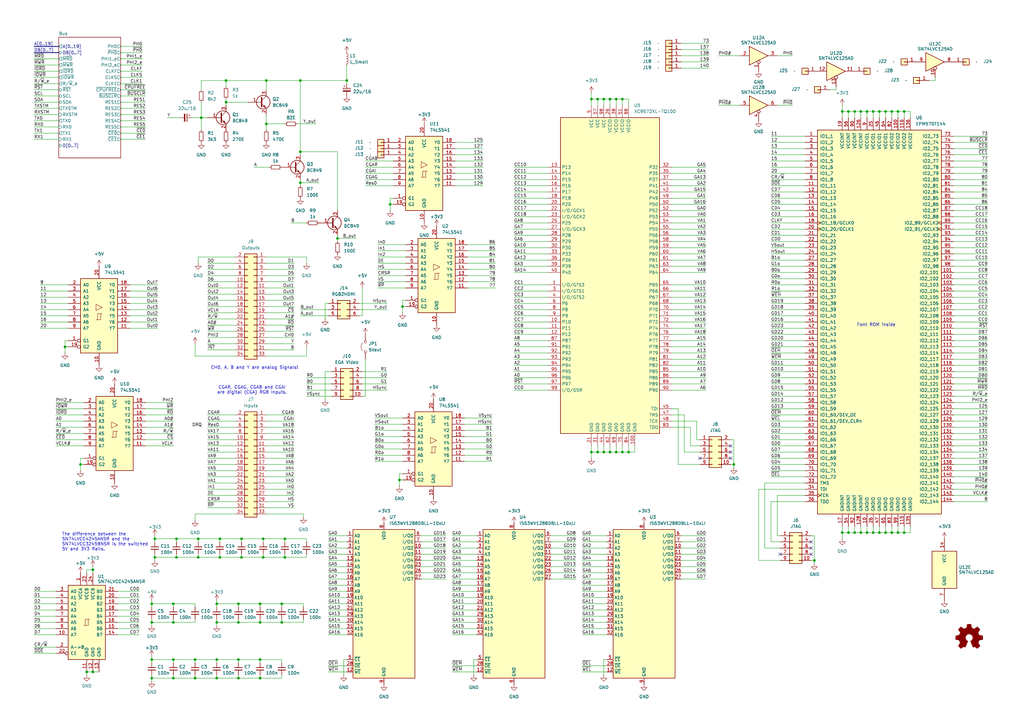
<source format=kicad_sch>
(kicad_sch (version 20231120) (generator "eeschema") (generator_version "8.0")
  (paper "A3")
  (title_block (title "Unicomp v3 - Video Board") (date "2024-10-01") (rev "v1.0") (company "100% Offner") (comment 1 "v1.0: Initial"))
  (junction (at 88.9 270.51))
  (junction (at 257.81 185.42))
  (junction (at 97.79 270.51))
  (junction (at 97.79 278.13))
  (junction (at 33.02 190.5))
  (junction (at 252.73 40.64))
  (junction (at 255.27 185.42))
  (junction (at 300.99 190.5))
  (junction (at 358.14 45.72))
  (junction (at 368.3 45.72))
  (junction (at 360.68 45.72))
  (junction (at 107.95 220.98))
  (junction (at 358.14 218.44))
  (junction (at 99.06 228.6))
  (junction (at 165.1 125.73))
  (junction (at 355.6 218.44))
  (junction (at 252.73 185.42))
  (junction (at 347.98 218.44))
  (junction (at 80.01 278.13))
  (junction (at 71.12 247.65))
  (junction (at 72.39 220.98))
  (junction (at 245.11 185.42))
  (junction (at 90.17 228.6))
  (junction (at 365.76 218.44))
  (junction (at 368.3 218.44))
  (junction (at 38.1 275.59))
  (junction (at 353.06 45.72))
  (junction (at 115.57 255.27))
  (junction (at 63.5 220.98))
  (junction (at 160.02 83.82))
  (junction (at 142.24 33.02))
  (junction (at 334.01 229.87))
  (junction (at 106.68 270.51))
  (junction (at 81.28 228.6))
  (junction (at 80.01 270.51))
  (junction (at 62.23 255.27))
  (junction (at 123.19 74.93))
  (junction (at 71.12 278.13))
  (junction (at 97.79 255.27))
  (junction (at 350.52 45.72))
  (junction (at 370.84 218.44))
  (junction (at 245.11 40.64))
  (junction (at 88.9 255.27))
  (junction (at 92.71 33.02))
  (junction (at 360.68 218.44))
  (junction (at 115.57 247.65))
  (junction (at 123.19 33.02))
  (junction (at 345.44 45.72))
  (junction (at 242.57 40.64))
  (junction (at 106.68 278.13))
  (junction (at 370.84 45.72))
  (junction (at 116.84 228.6))
  (junction (at 88.9 278.13))
  (junction (at 163.83 196.85))
  (junction (at 350.52 218.44))
  (junction (at 109.22 33.02))
  (junction (at 345.44 218.44))
  (junction (at 107.95 228.6))
  (junction (at 97.79 247.65))
  (junction (at 90.17 220.98))
  (junction (at 62.23 247.65))
  (junction (at 99.06 220.98))
  (junction (at 363.22 218.44))
  (junction (at 92.71 41.91))
  (junction (at 35.56 275.59))
  (junction (at 106.68 255.27))
  (junction (at 247.65 185.42))
  (junction (at 242.57 185.42))
  (junction (at 355.6 45.72))
  (junction (at 109.22 50.8))
  (junction (at 81.28 220.98))
  (junction (at 82.55 48.26))
  (junction (at 353.06 218.44))
  (junction (at 363.22 45.72))
  (junction (at 138.43 97.79))
  (junction (at 63.5 228.6))
  (junction (at 106.68 247.65))
  (junction (at 38.1 233.68))
  (junction (at 26.67 142.24))
  (junction (at 250.19 185.42))
  (junction (at 88.9 247.65))
  (junction (at 247.65 40.64))
  (junction (at 62.23 270.51))
  (junction (at 250.19 40.64))
  (junction (at 116.84 220.98))
  (junction (at 71.12 270.51))
  (junction (at 71.12 255.27))
  (junction (at 62.23 278.13))
  (junction (at 365.76 45.72))
  (junction (at 255.27 40.64))
  (junction (at 123.19 62.23))
  (junction (at 72.39 228.6))
  (junction (at 347.98 45.72))
  (no_connect (at 332.74 227.33))
  (no_connect (at 320.04 227.33))
  (no_connect (at 287.02 187.96))
  (no_connect (at 299.72 182.88))
  (no_connect (at 332.74 224.79))
  (no_connect (at 299.72 187.96))
  (no_connect (at 332.74 222.25))
  (no_connect (at 299.72 185.42))
  (wire (pts (xy 391.16 76.2) (xy 405.13 76.2)))
  (wire (pts (xy 391.16 147.32) (xy 405.13 147.32)))
  (wire (pts (xy 391.16 66.04) (xy 405.13 66.04)))
  (wire (pts (xy 22.86 170.18) (xy 34.29 170.18)))
  (wire (pts (xy 210.82 157.48) (xy 224.79 157.48)))
  (wire (pts (xy 13.97 267.97) (xy 22.86 267.97)))
  (wire (pts (xy 391.16 104.14) (xy 405.13 104.14)))
  (wire (pts (xy 316.23 55.88) (xy 330.2 55.88)))
  (wire (pts (xy 311.15 200.66) (xy 311.15 229.87)))
  (wire (pts (xy 185.42 219.71) (xy 195.58 219.71)))
  (wire (pts (xy 279.4 232.41) (xy 289.56 232.41)))
  (wire (pts (xy 53.34 124.46) (xy 64.77 124.46)))
  (wire (pts (xy 109.22 138.43) (xy 120.65 138.43)))
  (wire (pts (xy 358.14 218.44) (xy 360.68 218.44)))
  (wire (pts (xy 275.59 91.44) (xy 289.56 91.44)))
  (wire (pts (xy 13.97 39.37) (xy 24.13 39.37)))
  (wire (pts (xy 88.9 255.27) (xy 88.9 254)))
  (wire (pts (xy 210.82 71.12) (xy 224.79 71.12)))
  (wire (pts (xy 358.14 48.26) (xy 358.14 45.72)))
  (wire (pts (xy 125.73 154.94) (xy 135.89 154.94)))
  (wire (pts (xy 142.24 33.02) (xy 142.24 34.29)))
  (wire (pts (xy 355.6 218.44) (xy 358.14 218.44)))
  (wire (pts (xy 13.97 31.75) (xy 24.13 31.75)))
  (wire (pts (xy 347.98 218.44) (xy 350.52 218.44)))
  (wire (pts (xy 106.68 270.51) (xy 97.79 270.51)))
  (wire (pts (xy 92.71 33.02) (xy 92.71 35.56)))
  (wire (pts (xy 85.09 185.42) (xy 96.52 185.42)))
  (wire (pts (xy 109.22 33.02) (xy 109.22 36.83)))
  (wire (pts (xy 72.39 227.33) (xy 72.39 228.6)))
  (wire (pts (xy 163.83 196.85) (xy 163.83 194.31)))
  (wire (pts (xy 238.76 237.49) (xy 248.92 237.49)))
  (wire (pts (xy 275.59 99.06) (xy 289.56 99.06)))
  (wire (pts (xy 85.09 135.89) (xy 96.52 135.89)))
  (wire (pts (xy 134.62 255.27) (xy 142.24 255.27)))
  (wire (pts (xy 190.5 181.61) (xy 201.93 181.61)))
  (wire (pts (xy 210.82 127) (xy 224.79 127)))
  (wire (pts (xy 381 33.02) (xy 383.54 33.02)))
  (wire (pts (xy 81.28 227.33) (xy 81.28 228.6)))
  (wire (pts (xy 391.16 185.42) (xy 405.13 185.42)))
  (wire (pts (xy 13.97 41.91) (xy 24.13 41.91)))
  (wire (pts (xy 88.9 271.78) (xy 88.9 270.51)))
  (wire (pts (xy 255.27 43.18) (xy 255.27 40.64)))
  (wire (pts (xy 320.04 219.71) (xy 318.77 219.71)))
  (wire (pts (xy 275.59 86.36) (xy 289.56 86.36)))
  (wire (pts (xy 109.22 110.49) (xy 120.65 110.49)))
  (wire (pts (xy 81.28 220.98) (xy 72.39 220.98)))
  (wire (pts (xy 313.69 224.79) (xy 320.04 224.79)))
  (wire (pts (xy 185.42 255.27) (xy 195.58 255.27)))
  (wire (pts (xy 149.86 76.2) (xy 161.29 76.2)))
  (wire (pts (xy 316.23 83.82) (xy 330.2 83.82)))
  (wire (pts (xy 210.82 91.44) (xy 224.79 91.44)))
  (wire (pts (xy 109.22 200.66) (xy 120.65 200.66)))
  (wire (pts (xy 62.23 255.27) (xy 71.12 255.27)))
  (wire (pts (xy 109.22 175.26) (xy 120.65 175.26)))
  (wire (pts (xy 391.16 177.8) (xy 405.13 177.8)))
  (wire (pts (xy 71.12 278.13) (xy 80.01 278.13)))
  (wire (pts (xy 90.17 227.33) (xy 90.17 228.6)))
  (wire (pts (xy 245.11 43.18) (xy 245.11 40.64)))
  (wire (pts (xy 316.23 172.72) (xy 330.2 172.72)))
  (wire (pts (xy 147.32 127) (xy 158.75 127)))
  (wire (pts (xy 186.69 63.5) (xy 198.12 63.5)))
  (wire (pts (xy 125.73 157.48) (xy 135.89 157.48)))
  (wire (pts (xy 294.64 22.86) (xy 303.53 22.86)))
  (wire (pts (xy 22.86 175.26) (xy 34.29 175.26)))
  (wire (pts (xy 275.59 68.58) (xy 289.56 68.58)))
  (wire (pts (xy 90.17 220.98) (xy 81.28 220.98)))
  (wire (pts (xy 49.53 34.29) (xy 58.42 34.29)))
  (wire (pts (xy 109.22 113.03) (xy 120.65 113.03)))
  (wire (pts (xy 247.65 185.42) (xy 247.65 182.88)))
  (wire (pts (xy 316.23 154.94) (xy 330.2 154.94)))
  (wire (pts (xy 391.16 180.34) (xy 405.13 180.34)))
  (wire (pts (xy 283.21 175.26) (xy 275.59 175.26)))
  (wire (pts (xy 80.01 278.13) (xy 88.9 278.13)))
  (wire (pts (xy 125.73 162.56) (xy 135.89 162.56)))
  (wire (pts (xy 210.82 106.68) (xy 224.79 106.68)))
  (wire (pts (xy 279.4 227.33) (xy 289.56 227.33)))
  (wire (pts (xy 62.23 256.54) (xy 62.23 255.27)))
  (wire (pts (xy 82.55 48.26) (xy 85.09 48.26)))
  (wire (pts (xy 353.06 218.44) (xy 355.6 218.44)))
  (wire (pts (xy 238.76 234.95) (xy 248.92 234.95)))
  (wire (pts (xy 97.79 271.78) (xy 97.79 270.51)))
  (wire (pts (xy 153.67 171.45) (xy 165.1 171.45)))
  (wire (pts (xy 316.23 111.76) (xy 330.2 111.76)))
  (wire (pts (xy 360.68 218.44) (xy 360.68 215.9)))
  (wire (pts (xy 154.94 118.11) (xy 166.37 118.11)))
  (wire (pts (xy 13.97 252.73) (xy 22.86 252.73)))
  (wire (pts (xy 191.77 115.57) (xy 203.2 115.57)))
  (wire (pts (xy 99.06 220.98) (xy 90.17 220.98)))
  (wire (pts (xy 134.62 232.41) (xy 142.24 232.41)))
  (wire (pts (xy 163.83 194.31) (xy 165.1 194.31)))
  (wire (pts (xy 135.89 152.4) (xy 133.35 152.4)))
  (wire (pts (xy 62.23 247.65) (xy 71.12 247.65)))
  (wire (pts (xy 85.09 170.18) (xy 96.52 170.18)))
  (wire (pts (xy 316.23 101.6) (xy 330.2 101.6)))
  (wire (pts (xy 115.57 271.78) (xy 115.57 270.51)))
  (wire (pts (xy 391.16 172.72) (xy 405.13 172.72)))
  (wire (pts (xy 148.59 162.56) (xy 149.86 162.56)))
  (wire (pts (xy 97.79 276.86) (xy 97.79 278.13)))
  (wire (pts (xy 280.67 185.42) (xy 287.02 185.42)))
  (wire (pts (xy 134.62 229.87) (xy 142.24 229.87)))
  (wire (pts (xy 210.82 88.9) (xy 224.79 88.9)))
  (wire (pts (xy 160.02 83.82) (xy 160.02 81.28)))
  (wire (pts (xy 325.12 22.86) (xy 318.77 22.86)))
  (wire (pts (xy 109.22 203.2) (xy 120.65 203.2)))
  (wire (pts (xy 62.23 269.24) (xy 62.23 270.51)))
  (wire (pts (xy 355.6 48.26) (xy 355.6 45.72)))
  (wire (pts (xy 85.09 187.96) (xy 96.52 187.96)))
  (wire (pts (xy 238.76 252.73) (xy 248.92 252.73)))
  (wire (pts (xy 163.83 196.85) (xy 165.1 196.85)))
  (wire (pts (xy 48.26 252.73) (xy 57.15 252.73)))
  (wire (pts (xy 238.76 232.41) (xy 248.92 232.41)))
  (wire (pts (xy 248.92 273.05) (xy 238.76 273.05)))
  (wire (pts (xy 71.12 248.92) (xy 71.12 247.65)))
  (wire (pts (xy 238.76 229.87) (xy 248.92 229.87)))
  (wire (pts (xy 285.75 180.34) (xy 285.75 172.72)))
  (wire (pts (xy 48.26 250.19) (xy 57.15 250.19)))
  (wire (pts (xy 280.67 170.18) (xy 275.59 170.18)))
  (wire (pts (xy 22.86 172.72) (xy 34.29 172.72)))
  (wire (pts (xy 109.22 208.28) (xy 120.65 208.28)))
  (wire (pts (xy 48.26 242.57) (xy 57.15 242.57)))
  (wire (pts (xy 279.4 237.49) (xy 289.56 237.49)))
  (wire (pts (xy 248.92 275.59) (xy 238.76 275.59)))
  (wire (pts (xy 238.76 255.27) (xy 248.92 255.27)))
  (wire (pts (xy 242.57 185.42) (xy 242.57 187.96)))
  (wire (pts (xy 316.23 66.04) (xy 330.2 66.04)))
  (wire (pts (xy 38.1 232.41) (xy 38.1 233.68)))
  (wire (pts (xy 210.82 76.2) (xy 224.79 76.2)))
  (wire (pts (xy 275.59 160.02) (xy 289.56 160.02)))
  (wire (pts (xy 316.23 119.38) (xy 330.2 119.38)))
  (wire (pts (xy 195.58 273.05) (xy 185.42 273.05)))
  (wire (pts (xy 210.82 144.78) (xy 224.79 144.78)))
  (wire (pts (xy 13.97 250.19) (xy 22.86 250.19)))
  (wire (pts (xy 80.01 248.92) (xy 80.01 247.65)))
  (wire (pts (xy 345.44 218.44) (xy 347.98 218.44)))
  (wire (pts (xy 140.97 270.51) (xy 142.24 270.51)))
  (wire (pts (xy 360.68 48.26) (xy 360.68 45.72)))
  (wire (pts (xy 33.02 190.5) (xy 34.29 190.5)))
  (wire (pts (xy 81.28 105.41) (xy 96.52 105.41)))
  (wire (pts (xy 149.86 147.32) (xy 149.86 162.56)))
  (wire (pts (xy 134.62 250.19) (xy 142.24 250.19)))
  (wire (pts (xy 316.23 116.84) (xy 330.2 116.84)))
  (wire (pts (xy 13.97 242.57) (xy 22.86 242.57)))
  (wire (pts (xy 88.9 247.65) (xy 88.9 248.92)))
  (wire (pts (xy 13.97 265.43) (xy 22.86 265.43)))
  (wire (pts (xy 238.76 242.57) (xy 248.92 242.57)))
  (wire (pts (xy 238.76 219.71) (xy 248.92 219.71)))
  (wire (pts (xy 257.81 43.18) (xy 257.81 40.64)))
  (wire (pts (xy 125.73 160.02) (xy 135.89 160.02)))
  (wire (pts (xy 125.73 222.25) (xy 125.73 220.98)))
  (wire (pts (xy 81.28 228.6) (xy 90.17 228.6)))
  (wire (pts (xy 255.27 40.64) (xy 257.81 40.64)))
  (wire (pts (xy 90.17 228.6) (xy 99.06 228.6)))
  (wire (pts (xy 62.23 278.13) (xy 71.12 278.13)))
  (wire (pts (xy 391.16 60.96) (xy 405.13 60.96)))
  (wire (pts (xy 49.53 46.99) (xy 59.69 46.99)))
  (wire (pts (xy 247.65 43.18) (xy 247.65 40.64)))
  (wire (pts (xy 391.16 193.04) (xy 405.13 193.04)))
  (wire (pts (xy 72.39 220.98) (xy 63.5 220.98)))
  (wire (pts (xy 275.59 127) (xy 289.56 127)))
  (wire (pts (xy 210.82 116.84) (xy 224.79 116.84)))
  (wire (pts (xy 247.65 276.86) (xy 247.65 270.51)))
  (wire (pts (xy 134.62 227.33) (xy 142.24 227.33)))
  (wire (pts (xy 106.68 276.86) (xy 106.68 278.13)))
  (wire (pts (xy 316.23 195.58) (xy 330.2 195.58)))
  (wire (pts (xy 316.23 104.14) (xy 330.2 104.14)))
  (wire (pts (xy 80.01 146.05) (xy 96.52 146.05)))
  (wire (pts (xy 316.23 185.42) (xy 330.2 185.42)))
  (wire (pts (xy 275.59 119.38) (xy 289.56 119.38)))
  (wire (pts (xy 13.97 46.99) (xy 24.13 46.99)))
  (wire (pts (xy 275.59 154.94) (xy 289.56 154.94)))
  (wire (pts (xy 316.23 86.36) (xy 330.2 86.36)))
  (wire (pts (xy 185.42 229.87) (xy 195.58 229.87)))
  (wire (pts (xy 347.98 218.44) (xy 347.98 215.9)))
  (wire (pts (xy 153.67 176.53) (xy 165.1 176.53)))
  (wire (pts (xy 391.16 154.94) (xy 405.13 154.94)))
  (wire (pts (xy 283.21 182.88) (xy 283.21 175.26)))
  (wire (pts (xy 316.23 187.96) (xy 330.2 187.96)))
  (wire (pts (xy 279.4 27.94) (xy 290.83 27.94)))
  (wire (pts (xy 210.82 152.4) (xy 224.79 152.4)))
  (wire (pts (xy 186.69 73.66) (xy 198.12 73.66)))
  (wire (pts (xy 49.53 54.61) (xy 59.69 54.61)))
  (wire (pts (xy 313.69 198.12) (xy 313.69 224.79)))
  (wire (pts (xy 163.83 199.39) (xy 163.83 196.85)))
  (wire (pts (xy 185.42 257.81) (xy 195.58 257.81)))
  (wire (pts (xy 138.43 86.36) (xy 138.43 62.23)))
  (wire (pts (xy 160.02 81.28) (xy 161.29 81.28)))
  (wire (pts (xy 238.76 247.65) (xy 248.92 247.65)))
  (wire (pts (xy 106.68 254) (xy 106.68 255.27)))
  (wire (pts (xy 53.34 121.92) (xy 64.77 121.92)))
  (wire (pts (xy 134.62 257.81) (xy 142.24 257.81)))
  (wire (pts (xy 88.9 276.86) (xy 88.9 278.13)))
  (wire (pts (xy 115.57 276.86) (xy 115.57 278.13)))
  (wire (pts (xy 165.1 128.27) (xy 165.1 125.73)))
  (wire (pts (xy 81.28 107.95) (xy 81.28 105.41)))
  (wire (pts (xy 242.57 43.18) (xy 242.57 40.64)))
  (wire (pts (xy 124.46 247.65) (xy 115.57 247.65)))
  (wire (pts (xy 185.42 260.35) (xy 195.58 260.35)))
  (wire (pts (xy 172.72 232.41) (xy 182.88 232.41)))
  (wire (pts (xy 172.72 222.25) (xy 182.88 222.25)))
  (wire (pts (xy 13.97 54.61) (xy 24.13 54.61)))
  (wire (pts (xy 299.72 180.34) (xy 300.99 180.34)))
  (wire (pts (xy 238.76 224.79) (xy 248.92 224.79)))
  (wire (pts (xy 247.65 185.42) (xy 250.19 185.42)))
  (wire (pts (xy 88.9 255.27) (xy 97.79 255.27)))
  (wire (pts (xy 368.3 48.26) (xy 368.3 45.72)))
  (wire (pts (xy 210.82 121.92) (xy 224.79 121.92)))
  (wire (pts (xy 245.11 40.64) (xy 247.65 40.64)))
  (wire (pts (xy 172.72 229.87) (xy 182.88 229.87)))
  (wire (pts (xy 332.74 219.71) (xy 334.01 219.71)))
  (wire (pts (xy 153.67 173.99) (xy 165.1 173.99)))
  (wire (pts (xy 154.94 110.49) (xy 166.37 110.49)))
  (wire (pts (xy 109.22 193.04) (xy 120.65 193.04)))
  (wire (pts (xy 80.01 276.86) (xy 80.01 278.13)))
  (wire (pts (xy 316.23 60.96) (xy 330.2 60.96)))
  (wire (pts (xy 59.69 167.64) (xy 71.12 167.64)))
  (wire (pts (xy 48.26 260.35) (xy 57.15 260.35)))
  (wire (pts (xy 53.34 119.38) (xy 64.77 119.38)))
  (wire (pts (xy 82.55 36.83) (xy 82.55 33.02)))
  (wire (pts (xy 13.97 257.81) (xy 22.86 257.81)))
  (wire (pts (xy 109.22 123.19) (xy 120.65 123.19)))
  (wire (pts (xy 154.94 115.57) (xy 166.37 115.57)))
  (wire (pts (xy 345.44 218.44) (xy 345.44 220.98)))
  (wire (pts (xy 325.12 43.18) (xy 318.77 43.18)))
  (wire (pts (xy 250.19 185.42) (xy 252.73 185.42)))
  (wire (pts (xy 191.77 118.11) (xy 203.2 118.11)))
  (wire (pts (xy 109.22 140.97) (xy 120.65 140.97)))
  (wire (pts (xy 210.82 124.46) (xy 224.79 124.46)))
  (wire (pts (xy 109.22 133.35) (xy 120.65 133.35)))
  (wire (pts (xy 316.23 165.1) (xy 330.2 165.1)))
  (wire (pts (xy 316.23 99.06) (xy 330.2 99.06)))
  (wire (pts (xy 133.35 130.81) (xy 133.35 124.46)))
  (wire (pts (xy 391.16 121.92) (xy 405.13 121.92)))
  (wire (pts (xy 172.72 237.49) (xy 182.88 237.49)))
  (wire (pts (xy 153.67 189.23) (xy 165.1 189.23)))
  (wire (pts (xy 121.92 50.8) (xy 129.54 50.8)))
  (wire (pts (xy 125.73 227.33) (xy 125.73 228.6)))
  (wire (pts (xy 62.23 247.65) (xy 62.23 248.92)))
  (wire (pts (xy 316.23 68.58) (xy 330.2 68.58)))
  (wire (pts (xy 71.12 271.78) (xy 71.12 270.51)))
  (wire (pts (xy 22.86 165.1) (xy 34.29 165.1)))
  (wire (pts (xy 226.06 237.49) (xy 236.22 237.49)))
  (wire (pts (xy 142.24 26.67) (xy 142.24 33.02)))
  (wire (pts (xy 245.11 185.42) (xy 247.65 185.42)))
  (wire (pts (xy 109.22 50.8) (xy 116.84 50.8)))
  (wire (pts (xy 210.82 68.58) (xy 224.79 68.58)))
  (wire (pts (xy 275.59 116.84) (xy 289.56 116.84)))
  (wire (pts (xy 391.16 175.26) (xy 405.13 175.26)))
  (wire (pts (xy 81.28 222.25) (xy 81.28 220.98)))
  (wire (pts (xy 252.73 185.42) (xy 255.27 185.42)))
  (wire (pts (xy 365.76 218.44) (xy 368.3 218.44)))
  (wire (pts (xy 275.59 144.78) (xy 289.56 144.78)))
  (wire (pts (xy 16.51 129.54) (xy 27.94 129.54)))
  (wire (pts (xy 119.38 91.44) (xy 125.73 91.44)))
  (wire (pts (xy 85.09 107.95) (xy 96.52 107.95)))
  (wire (pts (xy 275.59 73.66) (xy 289.56 73.66)))
  (wire (pts (xy 391.16 182.88) (xy 405.13 182.88)))
  (wire (pts (xy 299.72 190.5) (xy 300.99 190.5)))
  (wire (pts (xy 191.77 113.03) (xy 203.2 113.03)))
  (wire (pts (xy 185.42 224.79) (xy 195.58 224.79)))
  (wire (pts (xy 316.23 180.34) (xy 330.2 180.34)))
  (wire (pts (xy 365.76 45.72) (xy 368.3 45.72)))
  (wire (pts (xy 391.16 71.12) (xy 405.13 71.12)))
  (wire (pts (xy 62.23 270.51) (xy 62.23 271.78)))
  (wire (pts (xy 48.26 257.81) (xy 57.15 257.81)))
  (wire (pts (xy 49.53 26.67) (xy 58.42 26.67)))
  (wire (pts (xy 49.53 39.37) (xy 59.69 39.37)))
  (wire (pts (xy 123.19 74.93) (xy 123.19 73.66)))
  (wire (pts (xy 99.06 228.6) (xy 107.95 228.6)))
  (wire (pts (xy 85.09 208.28) (xy 96.52 208.28)))
  (wire (pts (xy 252.73 43.18) (xy 252.73 40.64)))
  (wire (pts (xy 80.01 270.51) (xy 71.12 270.51)))
  (wire (pts (xy 33.02 193.04) (xy 33.02 190.5)))
  (wire (pts (xy 391.16 109.22) (xy 405.13 109.22)))
  (wire (pts (xy 160.02 83.82) (xy 161.29 83.82)))
  (wire (pts (xy 210.82 129.54) (xy 224.79 129.54)))
  (wire (pts (xy 275.59 109.22) (xy 289.56 109.22)))
  (wire (pts (xy 22.86 177.8) (xy 34.29 177.8)))
  (wire (pts (xy 85.09 123.19) (xy 96.52 123.19)))
  (wire (pts (xy 363.22 45.72) (xy 365.76 45.72)))
  (wire (pts (xy 279.4 222.25) (xy 289.56 222.25)))
  (wire (pts (xy 172.72 234.95) (xy 182.88 234.95)))
  (wire (pts (xy 153.67 186.69) (xy 165.1 186.69)))
  (wire (pts (xy 59.69 170.18) (xy 71.12 170.18)))
  (wire (pts (xy 278.13 190.5) (xy 278.13 167.64)))
  (wire (pts (xy 316.23 114.3) (xy 330.2 114.3)))
  (wire (pts (xy 153.67 181.61) (xy 165.1 181.61)))
  (wire (pts (xy 116.84 228.6) (xy 125.73 228.6)))
  (wire (pts (xy 210.82 93.98) (xy 224.79 93.98)))
  (wire (pts (xy 347.98 48.26) (xy 347.98 45.72)))
  (wire (pts (xy 172.72 227.33) (xy 182.88 227.33)))
  (wire (pts (xy 275.59 129.54) (xy 289.56 129.54)))
  (wire (pts (xy 279.4 224.79) (xy 289.56 224.79)))
  (wire (pts (xy 53.34 116.84) (xy 64.77 116.84)))
  (wire (pts (xy 391.16 134.62) (xy 405.13 134.62)))
  (wire (pts (xy 316.23 88.9) (xy 330.2 88.9)))
  (wire (pts (xy 16.51 116.84) (xy 27.94 116.84)))
  (wire (pts (xy 106.68 248.92) (xy 106.68 247.65)))
  (wire (pts (xy 316.23 58.42) (xy 330.2 58.42)))
  (wire (pts (xy 391.16 83.82) (xy 405.13 83.82)))
  (wire (pts (xy 279.4 229.87) (xy 289.56 229.87)))
  (wire (pts (xy 109.22 182.88) (xy 120.65 182.88)))
  (wire (pts (xy 245.11 185.42) (xy 245.11 182.88)))
  (wire (pts (xy 391.16 58.42) (xy 405.13 58.42)))
  (wire (pts (xy 391.16 139.7) (xy 405.13 139.7)))
  (wire (pts (xy 53.34 132.08) (xy 64.77 132.08)))
  (wire (pts (xy 71.12 270.51) (xy 62.23 270.51)))
  (wire (pts (xy 123.19 129.54) (xy 134.62 129.54)))
  (wire (pts (xy 370.84 48.26) (xy 370.84 45.72)))
  (wire (pts (xy 285.75 172.72) (xy 275.59 172.72)))
  (wire (pts (xy 252.73 40.64) (xy 255.27 40.64)))
  (wire (pts (xy 138.43 97.79) (xy 138.43 96.52)))
  (wire (pts (xy 104.14 68.58) (xy 110.49 68.58)))
  (wire (pts (xy 123.19 33.02) (xy 142.24 33.02)))
  (wire (pts (xy 332.74 229.87) (xy 334.01 229.87)))
  (wire (pts (xy 191.77 107.95) (xy 203.2 107.95)))
  (wire (pts (xy 345.44 218.44) (xy 345.44 215.9)))
  (wire (pts (xy 316.23 93.98) (xy 330.2 93.98)))
  (wire (pts (xy 35.56 275.59) (xy 38.1 275.59)))
  (wire (pts (xy 53.34 129.54) (xy 64.77 129.54)))
  (wire (pts (xy 391.16 152.4) (xy 405.13 152.4)))
  (wire (pts (xy 190.5 171.45) (xy 201.93 171.45)))
  (wire (pts (xy 33.02 190.5) (xy 33.02 187.96)))
  (wire (pts (xy 13.97 34.29) (xy 24.13 34.29)))
  (wire (pts (xy 165.1 125.73) (xy 166.37 125.73)))
  (wire (pts (xy 59.69 165.1) (xy 71.12 165.1)))
  (wire (pts (xy 316.23 63.5) (xy 330.2 63.5)))
  (wire (pts (xy 85.09 198.12) (xy 96.52 198.12)))
  (wire (pts (xy 138.43 97.79) (xy 146.05 97.79)))
  (wire (pts (xy 82.55 33.02) (xy 92.71 33.02)))
  (wire (pts (xy 287.02 180.34) (xy 285.75 180.34)))
  (wire (pts (xy 80.01 271.78) (xy 80.01 270.51)))
  (wire (pts (xy 106.68 278.13) (xy 115.57 278.13)))
  (wire (pts (xy 26.67 144.78) (xy 26.67 142.24)))
  (wire (pts (xy 345.44 48.26) (xy 345.44 45.72)))
  (wire (pts (xy 275.59 111.76) (xy 289.56 111.76)))
  (wire (pts (xy 85.09 113.03) (xy 96.52 113.03)))
  (wire (pts (xy 134.62 219.71) (xy 142.24 219.71)))
  (wire (pts (xy 358.14 218.44) (xy 358.14 215.9)))
  (wire (pts (xy 316.23 160.02) (xy 330.2 160.02)))
  (wire (pts (xy 238.76 240.03) (xy 248.92 240.03)))
  (wire (pts (xy 275.59 106.68) (xy 289.56 106.68)))
  (wire (pts (xy 250.19 43.18) (xy 250.19 40.64)))
  (wire (pts (xy 140.97 276.86) (xy 140.97 270.51)))
  (wire (pts (xy 350.52 218.44) (xy 353.06 218.44)))
  (wire (pts (xy 49.53 31.75) (xy 58.42 31.75)))
  (wire (pts (xy 279.4 234.95) (xy 289.56 234.95)))
  (wire (pts (xy 109.22 190.5) (xy 120.65 190.5)))
  (wire (pts (xy 186.69 58.42) (xy 198.12 58.42)))
  (wire (pts (xy 49.53 41.91) (xy 59.69 41.91)))
  (wire (pts (xy 134.62 252.73) (xy 142.24 252.73)))
  (wire (pts (xy 210.82 104.14) (xy 224.79 104.14)))
  (wire (pts (xy 90.17 222.25) (xy 90.17 220.98)))
  (wire (pts (xy 16.51 121.92) (xy 27.94 121.92)))
  (wire (pts (xy 334.01 229.87) (xy 334.01 231.14)))
  (wire (pts (xy 88.9 270.51) (xy 80.01 270.51)))
  (wire (pts (xy 85.09 205.74) (xy 96.52 205.74)))
  (wire (pts (xy 391.16 137.16) (xy 405.13 137.16)))
  (bus (pts (xy 24.13 19.05) (xy 13.97 19.05)))
  (wire (pts (xy 391.16 190.5) (xy 405.13 190.5)))
  (wire (pts (xy 279.4 20.32) (xy 290.83 20.32)))
  (wire (pts (xy 242.57 185.42) (xy 245.11 185.42)))
  (wire (pts (xy 368.3 218.44) (xy 370.84 218.44)))
  (wire (pts (xy 63.5 229.87) (xy 63.5 228.6)))
  (wire (pts (xy 316.23 106.68) (xy 330.2 106.68)))
  (wire (pts (xy 383.54 33.02) (xy 383.54 31.75)))
  (wire (pts (xy 109.22 198.12) (xy 120.65 198.12)))
  (wire (pts (xy 125.73 105.41) (xy 125.73 107.95)))
  (wire (pts (xy 13.97 57.15) (xy 24.13 57.15)))
  (wire (pts (xy 280.67 185.42) (xy 280.67 170.18)))
  (wire (pts (xy 134.62 260.35) (xy 142.24 260.35)))
  (wire (pts (xy 138.43 99.06) (xy 138.43 97.79)))
  (wire (pts (xy 318.77 219.71) (xy 318.77 203.2)))
  (wire (pts (xy 153.67 184.15) (xy 165.1 184.15)))
  (wire (pts (xy 109.22 177.8) (xy 120.65 177.8)))
  (wire (pts (xy 71.12 255.27) (xy 80.01 255.27)))
  (wire (pts (xy 210.82 111.76) (xy 224.79 111.76)))
  (wire (pts (xy 194.31 270.51) (xy 195.58 270.51)))
  (wire (pts (xy 391.16 111.76) (xy 405.13 111.76)))
  (wire (pts (xy 210.82 142.24) (xy 224.79 142.24)))
  (wire (pts (xy 62.23 278.13) (xy 62.23 276.86)))
  (wire (pts (xy 165.1 123.19) (xy 166.37 123.19)))
  (wire (pts (xy 49.53 57.15) (xy 59.69 57.15)))
  (wire (pts (xy 391.16 93.98) (xy 405.13 93.98)))
  (wire (pts (xy 115.57 247.65) (xy 106.68 247.65)))
  (wire (pts (xy 252.73 185.42) (xy 252.73 182.88)))
  (wire (pts (xy 59.69 177.8) (xy 71.12 177.8)))
  (wire (pts (xy 154.94 105.41) (xy 166.37 105.41)))
  (wire (pts (xy 226.06 232.41) (xy 236.22 232.41)))
  (wire (pts (xy 391.16 63.5) (xy 405.13 63.5)))
  (wire (pts (xy 148.59 129.54) (xy 147.32 129.54)))
  (wire (pts (xy 316.23 73.66) (xy 330.2 73.66)))
  (wire (pts (xy 391.16 198.12) (xy 405.13 198.12)))
  (wire (pts (xy 62.23 246.38) (xy 62.23 247.65)))
  (wire (pts (xy 106.68 271.78) (xy 106.68 270.51)))
  (wire (pts (xy 316.23 175.26) (xy 330.2 175.26)))
  (wire (pts (xy 275.59 157.48) (xy 289.56 157.48)))
  (wire (pts (xy 185.42 222.25) (xy 195.58 222.25)))
  (wire (pts (xy 68.58 48.26) (xy 73.66 48.26)))
  (wire (pts (xy 190.5 176.53) (xy 201.93 176.53)))
  (wire (pts (xy 391.16 129.54) (xy 405.13 129.54)))
  (wire (pts (xy 275.59 152.4) (xy 289.56 152.4)))
  (wire (pts (xy 109.22 172.72) (xy 120.65 172.72)))
  (wire (pts (xy 123.19 76.2) (xy 123.19 74.93)))
  (wire (pts (xy 365.76 48.26) (xy 365.76 45.72)))
  (wire (pts (xy 82.55 48.26) (xy 82.55 41.91)))
  (wire (pts (xy 148.59 152.4) (xy 158.75 152.4)))
  (wire (pts (xy 353.06 45.72) (xy 355.6 45.72)))
  (wire (pts (xy 313.69 198.12) (xy 330.2 198.12)))
  (wire (pts (xy 63.5 228.6) (xy 72.39 228.6)))
  (wire (pts (xy 16.51 127) (xy 27.94 127)))
  (wire (pts (xy 99.06 222.25) (xy 99.06 220.98)))
  (wire (pts (xy 391.16 200.66) (xy 405.13 200.66)))
  (wire (pts (xy 99.06 227.33) (xy 99.06 228.6)))
  (wire (pts (xy 49.53 24.13) (xy 58.42 24.13)))
  (wire (pts (xy 316.23 137.16) (xy 330.2 137.16)))
  (wire (pts (xy 368.3 45.72) (xy 370.84 45.72)))
  (wire (pts (xy 134.62 234.95) (xy 142.24 234.95)))
  (wire (pts (xy 185.42 234.95) (xy 195.58 234.95)))
  (wire (pts (xy 186.69 71.12) (xy 198.12 71.12)))
  (wire (pts (xy 186.69 60.96) (xy 198.12 60.96)))
  (wire (pts (xy 109.22 128.27) (xy 120.65 128.27)))
  (wire (pts (xy 316.23 78.74) (xy 330.2 78.74)))
  (wire (pts (xy 370.84 218.44) (xy 373.38 218.44)))
  (wire (pts (xy 115.57 255.27) (xy 124.46 255.27)))
  (wire (pts (xy 210.82 149.86) (xy 224.79 149.86)))
  (wire (pts (xy 238.76 260.35) (xy 248.92 260.35)))
  (wire (pts (xy 210.82 139.7) (xy 224.79 139.7)))
  (wire (pts (xy 391.16 96.52) (xy 405.13 96.52)))
  (wire (pts (xy 109.22 130.81) (xy 120.65 130.81)))
  (wire (pts (xy 340.36 36.83) (xy 342.9 36.83)))
  (wire (pts (xy 172.72 219.71) (xy 182.88 219.71)))
  (wire (pts (xy 275.59 132.08) (xy 289.56 132.08)))
  (wire (pts (xy 49.53 49.53) (xy 59.69 49.53)))
  (wire (pts (xy 318.77 203.2) (xy 330.2 203.2)))
  (wire (pts (xy 154.94 113.03) (xy 166.37 113.03)))
  (wire (pts (xy 242.57 40.64) (xy 245.11 40.64)))
  (wire (pts (xy 275.59 93.98) (xy 289.56 93.98)))
  (wire (pts (xy 35.56 234.95) (xy 35.56 233.68)))
  (wire (pts (xy 62.23 279.4) (xy 62.23 278.13)))
  (wire (pts (xy 316.23 177.8) (xy 330.2 177.8)))
  (wire (pts (xy 88.9 246.38) (xy 88.9 247.65)))
  (wire (pts (xy 35.56 233.68) (xy 38.1 233.68)))
  (wire (pts (xy 134.62 245.11) (xy 142.24 245.11)))
  (wire (pts (xy 13.97 36.83) (xy 24.13 36.83)))
  (wire (pts (xy 210.82 78.74) (xy 224.79 78.74)))
  (wire (pts (xy 13.97 52.07) (xy 24.13 52.07)))
  (wire (pts (xy 391.16 149.86) (xy 405.13 149.86)))
  (wire (pts (xy 391.16 195.58) (xy 405.13 195.58)))
  (wire (pts (xy 88.9 256.54) (xy 88.9 255.27)))
  (wire (pts (xy 316.23 147.32) (xy 330.2 147.32)))
  (wire (pts (xy 316.23 152.4) (xy 330.2 152.4)))
  (wire (pts (xy 80.01 254) (xy 80.01 255.27)))
  (wire (pts (xy 316.23 193.04) (xy 330.2 193.04)))
  (wire (pts (xy 85.09 133.35) (xy 96.52 133.35)))
  (wire (pts (xy 49.53 52.07) (xy 59.69 52.07)))
  (wire (pts (xy 13.97 247.65) (xy 22.86 247.65)))
  (wire (pts (xy 153.67 179.07) (xy 165.1 179.07)))
  (wire (pts (xy 373.38 48.26) (xy 373.38 45.72)))
  (wire (pts (xy 59.69 180.34) (xy 71.12 180.34)))
  (wire (pts (xy 148.59 160.02) (xy 158.75 160.02)))
  (wire (pts (xy 115.57 254) (xy 115.57 255.27)))
  (wire (pts (xy 48.26 247.65) (xy 57.15 247.65)))
  (wire (pts (xy 391.16 162.56) (xy 405.13 162.56)))
  (wire (pts (xy 85.09 195.58) (xy 96.52 195.58)))
  (wire (pts (xy 191.77 100.33) (xy 203.2 100.33)))
  (wire (pts (xy 142.24 275.59) (xy 134.62 275.59)))
  (wire (pts (xy 316.23 167.64) (xy 330.2 167.64)))
  (wire (pts (xy 391.16 106.68) (xy 405.13 106.68)))
  (wire (pts (xy 186.69 68.58) (xy 198.12 68.58)))
  (wire (pts (xy 123.19 74.93) (xy 130.81 74.93)))
  (wire (pts (xy 316.23 129.54) (xy 330.2 129.54)))
  (wire (pts (xy 363.22 48.26) (xy 363.22 45.72)))
  (wire (pts (xy 109.22 195.58) (xy 120.65 195.58)))
  (wire (pts (xy 391.16 55.88) (xy 405.13 55.88)))
  (wire (pts (xy 316.23 205.74) (xy 316.23 222.25)))
  (wire (pts (xy 185.42 240.03) (xy 195.58 240.03)))
  (wire (pts (xy 149.86 68.58) (xy 161.29 68.58)))
  (wire (pts (xy 257.81 185.42) (xy 257.81 182.88)))
  (wire (pts (xy 59.69 175.26) (xy 71.12 175.26)))
  (wire (pts (xy 363.22 218.44) (xy 365.76 218.44)))
  (wire (pts (xy 71.12 276.86) (xy 71.12 278.13)))
  (wire (pts (xy 250.19 40.64) (xy 252.73 40.64)))
  (wire (pts (xy 134.62 247.65) (xy 142.24 247.65)))
  (wire (pts (xy 109.22 120.65) (xy 120.65 120.65)))
  (wire (pts (xy 255.27 185.42) (xy 255.27 182.88)))
  (wire (pts (xy 13.97 245.11) (xy 22.86 245.11)))
  (wire (pts (xy 210.82 96.52) (xy 224.79 96.52)))
  (wire (pts (xy 85.09 115.57) (xy 96.52 115.57)))
  (wire (pts (xy 107.95 228.6) (xy 116.84 228.6)))
  (wire (pts (xy 355.6 218.44) (xy 355.6 215.9)))
  (wire (pts (xy 316.23 81.28) (xy 330.2 81.28)))
  (wire (pts (xy 85.09 140.97) (xy 96.52 140.97)))
  (wire (pts (xy 33.02 187.96) (xy 34.29 187.96)))
  (wire (pts (xy 109.22 143.51) (xy 120.65 143.51)))
  (wire (pts (xy 149.86 71.12) (xy 161.29 71.12)))
  (wire (pts (xy 154.94 100.33) (xy 166.37 100.33)))
  (wire (pts (xy 134.62 240.03) (xy 142.24 240.03)))
  (wire (pts (xy 353.06 218.44) (xy 353.06 215.9)))
  (wire (pts (xy 92.71 40.64) (xy 92.71 41.91)))
  (wire (pts (xy 210.82 134.62) (xy 224.79 134.62)))
  (wire (pts (xy 316.23 96.52) (xy 330.2 96.52)))
  (wire (pts (xy 134.62 242.57) (xy 142.24 242.57)))
  (wire (pts (xy 185.42 242.57) (xy 195.58 242.57)))
  (wire (pts (xy 275.59 88.9) (xy 289.56 88.9)))
  (wire (pts (xy 210.82 101.6) (xy 224.79 101.6)))
  (wire (pts (xy 49.53 36.83) (xy 59.69 36.83)))
  (wire (pts (xy 85.09 138.43) (xy 96.52 138.43)))
  (wire (pts (xy 370.84 45.72) (xy 373.38 45.72)))
  (wire (pts (xy 210.82 160.02) (xy 224.79 160.02)))
  (wire (pts (xy 92.71 33.02) (xy 109.22 33.02)))
  (wire (pts (xy 80.01 213.36) (xy 80.01 210.82)))
  (wire (pts (xy 279.4 22.86) (xy 290.83 22.86)))
  (wire (pts (xy 172.72 224.79) (xy 182.88 224.79)))
  (wire (pts (xy 391.16 165.1) (xy 405.13 165.1)))
  (wire (pts (xy 82.55 53.34) (xy 82.55 48.26)))
  (wire (pts (xy 316.23 157.48) (xy 330.2 157.48)))
  (wire (pts (xy 391.16 124.46) (xy 405.13 124.46)))
  (wire (pts (xy 210.82 81.28) (xy 224.79 81.28)))
  (wire (pts (xy 71.12 247.65) (xy 80.01 247.65)))
  (wire (pts (xy 109.22 115.57) (xy 120.65 115.57)))
  (wire (pts (xy 190.5 189.23) (xy 201.93 189.23)))
  (wire (pts (xy 13.97 29.21) (xy 24.13 29.21)))
  (wire (pts (xy 210.82 137.16) (xy 224.79 137.16)))
  (wire (pts (xy 48.26 245.11) (xy 57.15 245.11)))
  (wire (pts (xy 247.65 270.51) (xy 248.92 270.51)))
  (wire (pts (xy 138.43 62.23) (xy 123.19 62.23)))
  (wire (pts (xy 26.67 142.24) (xy 27.94 142.24)))
  (wire (pts (xy 391.16 119.38) (xy 405.13 119.38)))
  (wire (pts (xy 210.82 132.08) (xy 224.79 132.08)))
  (wire (pts (xy 226.06 224.79) (xy 236.22 224.79)))
  (wire (pts (xy 226.06 229.87) (xy 236.22 229.87)))
  (wire (pts (xy 391.16 132.08) (xy 405.13 132.08)))
  (wire (pts (xy 316.23 76.2) (xy 330.2 76.2)))
  (wire (pts (xy 210.82 99.06) (xy 224.79 99.06)))
  (wire (pts (xy 148.59 118.11) (xy 148.59 129.54)))
  (wire (pts (xy 350.52 218.44) (xy 350.52 215.9)))
  (wire (pts (xy 85.09 120.65) (xy 96.52 120.65)))
  (wire (pts (xy 53.34 127) (xy 64.77 127)))
  (wire (pts (xy 185.42 227.33) (xy 195.58 227.33)))
  (wire (pts (xy 279.4 219.71) (xy 289.56 219.71)))
  (wire (pts (xy 123.19 62.23) (xy 123.19 63.5)))
  (wire (pts (xy 345.44 43.18) (xy 345.44 45.72)))
  (wire (pts (xy 85.09 130.81) (xy 96.52 130.81)))
  (wire (pts (xy 391.16 142.24) (xy 405.13 142.24)))
  (wire (pts (xy 85.09 110.49) (xy 96.52 110.49)))
  (wire (pts (xy 391.16 81.28) (xy 405.13 81.28)))
  (wire (pts (xy 275.59 76.2) (xy 289.56 76.2)))
  (wire (pts (xy 53.34 134.62) (xy 64.77 134.62)))
  (wire (pts (xy 345.44 45.72) (xy 347.98 45.72)))
  (wire (pts (xy 260.35 185.42) (xy 260.35 182.88)))
  (wire (pts (xy 148.59 157.48) (xy 158.75 157.48)))
  (wire (pts (xy 85.09 125.73) (xy 96.52 125.73)))
  (wire (pts (xy 316.23 109.22) (xy 330.2 109.22)))
  (wire (pts (xy 107.95 227.33) (xy 107.95 228.6)))
  (wire (pts (xy 13.97 44.45) (xy 24.13 44.45)))
  (wire (pts (xy 275.59 142.24) (xy 289.56 142.24)))
  (wire (pts (xy 59.69 172.72) (xy 71.12 172.72)))
  (wire (pts (xy 391.16 114.3) (xy 405.13 114.3)))
  (wire (pts (xy 147.32 124.46) (xy 158.75 124.46)))
  (wire (pts (xy 275.59 78.74) (xy 289.56 78.74)))
  (wire (pts (xy 109.22 33.02) (xy 123.19 33.02)))
  (wire (pts (xy 210.82 147.32) (xy 224.79 147.32)))
  (wire (pts (xy 191.77 102.87) (xy 203.2 102.87)))
  (wire (pts (xy 342.9 36.83) (xy 342.9 35.56)))
  (wire (pts (xy 283.21 182.88) (xy 287.02 182.88)))
  (wire (pts (xy 49.53 19.05) (xy 58.42 19.05)))
  (wire (pts (xy 391.16 167.64) (xy 405.13 167.64)))
  (wire (pts (xy 109.22 210.82) (xy 124.46 210.82)))
  (wire (pts (xy 391.16 68.58) (xy 405.13 68.58)))
  (wire (pts (xy 154.94 102.87) (xy 166.37 102.87)))
  (wire (pts (xy 238.76 227.33) (xy 248.92 227.33)))
  (wire (pts (xy 278.13 190.5) (xy 287.02 190.5)))
  (wire (pts (xy 134.62 237.49) (xy 142.24 237.49)))
  (wire (pts (xy 365.76 218.44) (xy 365.76 215.9)))
  (wire (pts (xy 85.09 180.34) (xy 96.52 180.34)))
  (wire (pts (xy 210.82 86.36) (xy 224.79 86.36)))
  (wire (pts (xy 85.09 172.72) (xy 96.52 172.72)))
  (wire (pts (xy 185.42 237.49) (xy 195.58 237.49)))
  (wire (pts (xy 124.46 254) (xy 124.46 255.27)))
  (wire (pts (xy 116.84 220.98) (xy 125.73 220.98)))
  (wire (pts (xy 294.64 43.18) (xy 303.53 43.18)))
  (wire (pts (xy 92.71 41.91) (xy 92.71 43.18)))
  (wire (pts (xy 107.95 222.25) (xy 107.95 220.98)))
  (wire (pts (xy 316.23 127) (xy 330.2 127)))
  (wire (pts (xy 49.53 21.59) (xy 58.42 21.59)))
  (wire (pts (xy 316.23 71.12) (xy 330.2 71.12)))
  (wire (pts (xy 316.23 124.46) (xy 330.2 124.46)))
  (wire (pts (xy 13.97 24.13) (xy 24.13 24.13)))
  (wire (pts (xy 391.16 205.74) (xy 405.13 205.74)))
  (wire (pts (xy 238.76 250.19) (xy 248.92 250.19)))
  (wire (pts (xy 92.71 41.91) (xy 101.6 41.91)))
  (wire (pts (xy 85.09 128.27) (xy 96.52 128.27)))
  (wire (pts (xy 210.82 83.82) (xy 224.79 83.82)))
  (wire (pts (xy 13.97 26.67) (xy 24.13 26.67)))
  (wire (pts (xy 38.1 275.59) (xy 40.64 275.59)))
  (wire (pts (xy 391.16 157.48) (xy 405.13 157.48)))
  (wire (pts (xy 275.59 134.62) (xy 289.56 134.62)))
  (wire (pts (xy 85.09 193.04) (xy 96.52 193.04)))
  (wire (pts (xy 391.16 170.18) (xy 405.13 170.18)))
  (wire (pts (xy 278.13 167.64) (xy 275.59 167.64)))
  (wire (pts (xy 71.12 254) (xy 71.12 255.27)))
  (wire (pts (xy 97.79 270.51) (xy 88.9 270.51)))
  (wire (pts (xy 279.4 17.78) (xy 290.83 17.78)))
  (wire (pts (xy 226.06 227.33) (xy 236.22 227.33)))
  (wire (pts (xy 160.02 86.36) (xy 160.02 83.82)))
  (wire (pts (xy 142.24 273.05) (xy 134.62 273.05)))
  (wire (pts (xy 109.22 146.05) (xy 125.73 146.05)))
  (wire (pts (xy 391.16 127) (xy 405.13 127)))
  (wire (pts (xy 185.42 247.65) (xy 195.58 247.65)))
  (wire (pts (xy 49.53 44.45) (xy 59.69 44.45)))
  (wire (pts (xy 391.16 91.44) (xy 405.13 91.44)))
  (wire (pts (xy 316.23 162.56) (xy 330.2 162.56)))
  (wire (pts (xy 316.23 144.78) (xy 330.2 144.78)))
  (wire (pts (xy 78.74 48.26) (xy 82.55 48.26)))
  (wire (pts (xy 85.09 203.2) (xy 96.52 203.2)))
  (wire (pts (xy 242.57 185.42) (xy 242.57 182.88)))
  (wire (pts (xy 123.19 33.02) (xy 123.19 62.23)))
  (wire (pts (xy 316.23 205.74) (xy 330.2 205.74)))
  (wire (pts (xy 275.59 137.16) (xy 289.56 137.16)))
  (wire (pts (xy 238.76 257.81) (xy 248.92 257.81)))
  (wire (pts (xy 210.82 119.38) (xy 224.79 119.38)))
  (wire (pts (xy 347.98 45.72) (xy 350.52 45.72)))
  (wire (pts (xy 191.77 110.49) (xy 203.2 110.49)))
  (wire (pts (xy 106.68 255.27) (xy 115.57 255.27)))
  (wire (pts (xy 316.23 139.7) (xy 330.2 139.7)))
  (wire (pts (xy 316.23 182.88) (xy 330.2 182.88)))
  (wire (pts (xy 194.31 276.86) (xy 194.31 270.51)))
  (wire (pts (xy 316.23 190.5) (xy 330.2 190.5)))
  (wire (pts (xy 275.59 104.14) (xy 289.56 104.14)))
  (wire (pts (xy 109.22 205.74) (xy 120.65 205.74)))
  (wire (pts (xy 134.62 224.79) (xy 142.24 224.79)))
  (wire (pts (xy 133.35 124.46) (xy 134.62 124.46)))
  (wire (pts (xy 109.22 180.34) (xy 120.65 180.34)))
  (wire (pts (xy 109.22 170.18) (xy 120.65 170.18)))
  (wire (pts (xy 123.19 127) (xy 134.62 127)))
  (wire (pts (xy 358.14 45.72) (xy 360.68 45.72)))
  (wire (pts (xy 226.06 222.25) (xy 236.22 222.25)))
  (wire (pts (xy 124.46 248.92) (xy 124.46 247.65)))
  (wire (pts (xy 80.01 210.82) (xy 96.52 210.82)))
  (wire (pts (xy 72.39 222.25) (xy 72.39 220.98)))
  (wire (pts (xy 275.59 121.92) (xy 289.56 121.92)))
  (wire (pts (xy 391.16 203.2) (xy 405.13 203.2)))
  (wire (pts (xy 133.35 152.4) (xy 133.35 163.83)))
  (wire (pts (xy 154.94 107.95) (xy 166.37 107.95)))
  (wire (pts (xy 134.62 222.25) (xy 142.24 222.25)))
  (wire (pts (xy 316.23 121.92) (xy 330.2 121.92)))
  (wire (pts (xy 195.58 275.59) (xy 185.42 275.59)))
  (wire (pts (xy 63.5 220.98) (xy 63.5 222.25)))
  (wire (pts (xy 391.16 99.06) (xy 405.13 99.06)))
  (wire (pts (xy 363.22 218.44) (xy 363.22 215.9)))
  (wire (pts (xy 210.82 154.94) (xy 224.79 154.94)))
  (wire (pts (xy 355.6 45.72) (xy 358.14 45.72)))
  (wire (pts (xy 109.22 53.34) (xy 109.22 50.8)))
  (wire (pts (xy 185.42 250.19) (xy 195.58 250.19)))
  (wire (pts (xy 391.16 187.96) (xy 405.13 187.96)))
  (wire (pts (xy 275.59 149.86) (xy 289.56 149.86)))
  (wire (pts (xy 275.59 71.12) (xy 289.56 71.12)))
  (wire (pts (xy 49.53 29.21) (xy 58.42 29.21)))
  (wire (pts (xy 85.09 190.5) (xy 96.52 190.5)))
  (wire (pts (xy 275.59 101.6) (xy 289.56 101.6)))
  (wire (pts (xy 16.51 119.38) (xy 27.94 119.38)))
  (wire (pts (xy 316.23 222.25) (xy 320.04 222.25)))
  (wire (pts (xy 368.3 218.44) (xy 368.3 215.9)))
  (wire (pts (xy 360.68 45.72) (xy 363.22 45.72)))
  (wire (pts (xy 85.09 175.26) (xy 96.52 175.26)))
  (wire (pts (xy 85.09 200.66) (xy 96.52 200.66)))
  (wire (pts (xy 391.16 160.02) (xy 405.13 160.02)))
  (wire (pts (xy 373.38 218.44) (xy 373.38 215.9)))
  (wire (pts (xy 109.22 135.89) (xy 120.65 135.89)))
  (wire (pts (xy 149.86 73.66) (xy 161.29 73.66)))
  (wire (pts (xy 316.23 142.24) (xy 330.2 142.24)))
  (wire (pts (xy 97.79 247.65) (xy 88.9 247.65)))
  (wire (pts (xy 391.16 86.36) (xy 405.13 86.36)))
  (wire (pts (xy 85.09 182.88) (xy 96.52 182.88)))
  (wire (pts (xy 13.97 49.53) (xy 24.13 49.53)))
  (wire (pts (xy 109.22 187.96) (xy 120.65 187.96)))
  (wire (pts (xy 22.86 182.88) (xy 34.29 182.88)))
  (wire (pts (xy 13.97 255.27) (xy 22.86 255.27)))
  (wire (pts (xy 275.59 124.46) (xy 289.56 124.46)))
  (bus (pts (xy 24.13 21.59) (xy 13.97 21.59)))
  (wire (pts (xy 190.5 184.15) (xy 201.93 184.15)))
  (wire (pts (xy 185.42 232.41) (xy 195.58 232.41)))
  (wire (pts (xy 109.22 50.8) (xy 109.22 46.99)))
  (wire (pts (xy 109.22 105.41) (xy 125.73 105.41)))
  (wire (pts (xy 316.23 91.44) (xy 330.2 91.44)))
  (wire (pts (xy 115.57 248.92) (xy 115.57 247.65)))
  (wire (pts (xy 124.46 212.09) (xy 124.46 210.82)))
  (wire (pts (xy 250.19 185.42) (xy 250.19 182.88)))
  (wire (pts (xy 97.79 254) (xy 97.79 255.27)))
  (wire (pts (xy 16.51 132.08) (xy 27.94 132.08)))
  (wire (pts (xy 370.84 218.44) (xy 370.84 215.9)))
  (wire (pts (xy 48.26 255.27) (xy 57.15 255.27)))
  (wire (pts (xy 85.09 118.11) (xy 96.52 118.11)))
  (wire (pts (xy 125.73 142.24) (xy 125.73 146.05)))
  (wire (pts (xy 316.23 149.86) (xy 330.2 149.86)))
  (wire (pts (xy 210.82 109.22) (xy 224.79 109.22)))
  (wire (pts (xy 72.39 228.6) (xy 81.28 228.6)))
  (wire (pts (xy 38.1 233.68) (xy 38.1 234.95)))
  (wire (pts (xy 109.22 125.73) (xy 120.65 125.73)))
  (wire (pts (xy 275.59 139.7) (xy 289.56 139.7)))
  (wire (pts (xy 353.06 48.26) (xy 353.06 45.72)))
  (wire (pts (xy 247.65 40.64) (xy 250.19 40.64)))
  (wire (pts (xy 391.16 101.6) (xy 405.13 101.6)))
  (wire (pts (xy 275.59 147.32) (xy 289.56 147.32)))
  (wire (pts (xy 88.9 278.13) (xy 97.79 278.13)))
  (wire (pts (xy 311.15 229.87) (xy 320.04 229.87)))
  (wire (pts (xy 360.68 218.44) (xy 363.22 218.44)))
  (wire (pts (xy 116.84 222.25) (xy 116.84 220.98)))
  (wire (pts (xy 300.99 190.5) (xy 300.99 191.77)))
  (wire (pts (xy 275.59 81.28) (xy 289.56 81.28)))
  (wire (pts (xy 165.1 125.73) (xy 165.1 123.19)))
  (wire (pts (xy 85.09 143.51) (xy 96.52 143.51)))
  (wire (pts (xy 391.16 78.74) (xy 405.13 78.74)))
  (wire (pts (xy 85.09 177.8) (xy 96.52 177.8)))
  (wire (pts (xy 391.16 116.84) (xy 405.13 116.84)))
  (wire (pts (xy 391.16 73.66) (xy 405.13 73.66)))
  (wire (pts (xy 16.51 134.62) (xy 27.94 134.62)))
  (wire (pts (xy 22.86 167.64) (xy 34.29 167.64)))
  (wire (pts (xy 255.27 185.42) (xy 257.81 185.42)))
  (wire (pts (xy 107.95 220.98) (xy 99.06 220.98)))
  (wire (pts (xy 275.59 83.82) (xy 289.56 83.82)))
  (wire (pts (xy 22.86 180.34) (xy 34.29 180.34)))
  (wire (pts (xy 226.06 219.71) (xy 236.22 219.71)))
  (wire (pts (xy 190.5 186.69) (xy 201.93 186.69)))
  (wire (pts (xy 16.51 124.46) (xy 27.94 124.46)))
  (wire (pts (xy 275.59 96.52) (xy 289.56 96.52)))
  (wire (pts (xy 63.5 219.71) (xy 63.5 220.98)))
  (wire (pts (xy 13.97 260.35) (xy 22.86 260.35)))
  (wire (pts (xy 190.5 179.07) (xy 201.93 179.07)))
  (wire (pts (xy 238.76 222.25) (xy 248.92 222.25)))
  (wire (pts (xy 350.52 48.26) (xy 350.52 45.72)))
  (wire (pts (xy 391.16 144.78) (xy 405.13 144.78)))
  (wire (pts (xy 26.67 142.24) (xy 26.67 139.7)))
  (wire (pts (xy 148.59 154.94) (xy 158.75 154.94)))
  (wire (pts (xy 109.22 118.11) (xy 120.65 118.11)))
  (wire (pts (xy 63.5 228.6) (xy 63.5 227.33)))
  (wire (pts (xy 26.67 139.7) (xy 27.94 139.7)))
  (wire (pts (xy 116.84 227.33) (xy 116.84 228.6)))
  (wire (pts (xy 238.76 245.11) (xy 248.92 245.11)))
  (wire (pts (xy 334.01 219.71) (xy 334.01 229.87)))
  (wire (pts (xy 391.16 88.9) (xy 405.13 88.9)))
  (wire (pts (xy 190.5 173.99) (xy 201.93 173.99)))
  (wire (pts (xy 106.68 247.65) (xy 97.79 247.65)))
  (wire (pts (xy 257.81 185.42) (xy 260.35 185.42)))
  (wire (pts (xy 185.42 252.73) (xy 195.58 252.73)))
  (wire (pts (xy 186.69 76.2) (xy 198.12 76.2)))
  (wire (pts (xy 185.42 245.11) (xy 195.58 245.11)))
  (wire (pts (xy 279.4 25.4) (xy 290.83 25.4)))
  (wire (pts (xy 106.68 270.51) (xy 115.57 270.51)))
  (wire (pts (xy 97.79 248.92) (xy 97.79 247.65)))
  (wire (pts (xy 109.22 107.95) (xy 120.65 107.95)))
  (wire (pts (xy 59.69 182.88) (xy 71.12 182.88)))
  (wire (pts (xy 35.56 276.86) (xy 35.56 275.59)))
  (wire (pts (xy 191.77 105.41) (xy 203.2 105.41)))
  (wire (pts (xy 210.82 73.66) (xy 224.79 73.66)))
  (wire (pts (xy 226.06 234.95) (xy 236.22 234.95)))
  (wire (pts (xy 97.79 255.27) (xy 106.68 255.27)))
  (wire (pts (xy 316.23 170.18) (xy 330.2 170.18)))
  (wire (pts (xy 186.69 66.04) (xy 198.12 66.04)))
  (wire (pts (xy 62.23 255.27) (xy 62.23 254)))
  (wire (pts (xy 242.57 38.1) (xy 242.57 40.64)))
  (wire (pts (xy 300.99 180.34) (xy 300.99 190.5)))
  (wire (pts (xy 80.01 140.97) (xy 80.01 146.05)))
  (wire (pts (xy 311.15 200.66) (xy 330.2 200.66)))
  (wire (pts (xy 316.23 134.62) (xy 330.2 134.62)))
  (wire (pts (xy 109.22 185.42) (xy 120.65 185.42)))
  (wire (pts (xy 97.79 278.13) (xy 106.68 278.13)))
  (wire (pts (xy 149.86 66.04) (xy 161.29 66.04)))
  (wire (pts (xy 107.95 220.98) (xy 116.84 220.98)))
  (wire (pts (xy 316.23 132.08) (xy 330.2 132.08)))
  (wire (pts (xy 350.52 45.72) (xy 353.06 45.72)))
  (text "CGAR, CGAG, CGAB and CGAI\nare digital (CGA) RGB Inputs." (at 103.378 160.02 0) (effects (font (size 1.27 1.27))))
  (text "The difference between the \nSN74LVCC4245ANSR and the\nSN74LVCC3245BNSR is the switched\n5V and 3V3 Rails." (at 25.4 226.06 0) (effects (font (size 1.27 1.27)) (justify left bottom)))
  (text "CH0, A, B and Y are analog Signals!" (at 104.394 150.876 0) (effects (font (size 1.27 1.27))))
  (text "Font ROM inside" (at 359.41 133.35 0) (effects (font (size 1.27 1.27))))
  (label "GA8" (at 210.82 91.44 0))
  (label "GA13" (at 289.56 73.66 180))
  (label "~{IOWR}" (at 13.97 31.75 0))
  (label "VA7" (at 289.56 106.68 180))
  (label "VA18" (at 120.65 175.26 180))
  (label "CD0" (at 57.15 242.57 180))
  (label "127" (at 198.12 60.96 180))
  (label "GD15" (at 316.23 160.02 0))
  (label "SDA" (at 13.97 41.91 0))
  (label "GA11" (at 210.82 104.14 0))
  (label "85" (at 405.13 81.28 180))
  (label "GD9" (at 316.23 154.94 0))
  (label "127" (at 405.13 170.18 180))
  (label "~{RST}" (at 405.13 134.62 180))
  (label "79" (at 203.2 113.03 180))
  (label "GD21" (at 182.88 232.41 180))
  (label "CD6" (at 57.15 257.81 180))
  (label "GA13" (at 238.76 252.73 0))
  (label "GD13" (at 316.23 167.64 0))
  (label "RES3" (at 59.69 46.99 180))
  (label "~{IORD}" (at 22.86 170.18 0))
  (label "DB6" (at 405.13 139.7 180))
  (label "CH0" (at 120.65 138.43 180))
  (label "A5" (at 210.82 142.24 0))
  (label "PHI2_e" (at 22.86 165.1 0))
  (label "13" (at 316.23 60.96 0))
  (label "PHI2" (at 71.12 165.1 180))
  (label "~{RST}" (at 120.65 135.89 180))
  (label "GD21" (at 316.23 142.24 0))
  (label "77" (at 203.2 118.11 180))
  (label "GA16" (at 289.56 83.82 180))
  (label "CGAI" (at 149.86 71.12 0))
  (label "CC18" (at 210.82 88.9 0))
  (label "VCLK" (at 85.09 128.27 0))
  (label "D2" (at 85.09 110.49 0))
  (label "GD6" (at 289.56 234.95 180))
  (label "GD4" (at 316.23 190.5 0))
  (label "13" (at 16.51 124.46 0))
  (label "Out2" (at 85.09 120.65 0))
  (label "In2" (at 154.94 105.41 0))
  (label "HSync" (at 201.93 173.99 180))
  (label "A10" (at 289.56 152.4 180))
  (label "VA4" (at 120.65 193.04 180))
  (label "139" (at 290.83 25.4 180))
  (label "GA1" (at 185.42 222.25 0))
  (label "CGAB" (at 149.86 66.04 0))
  (label "R0o" (at 316.23 116.84 0))
  (label "GD19" (at 182.88 227.33 180))
  (label "CC2" (at 405.13 127 180))
  (label "GA14" (at 238.76 255.27 0))
  (label "PH0" (at 325.12 22.86 180))
  (label "Y_out" (at 129.54 50.8 180))
  (label "PHI2_e" (at 58.42 26.67 180))
  (label "16" (at 316.23 68.58 0))
  (label "CGAI" (at 120.65 172.72 180))
  (label "GD18" (at 316.23 127 0))
  (label "~{CS}" (at 71.12 180.34 180))
  (label "VA14" (at 120.65 180.34 180))
  (label "D3" (at 13.97 250.19 0))
  (label "VA5" (at 85.09 193.04 0))
  (label "A1" (at 210.82 152.4 0))
  (label "Out2" (at 64.77 129.54 180))
  (label "VA4" (at 289.56 99.06 180))
  (label "GA6" (at 185.42 234.95 0))
  (label "8" (at 405.13 205.74 180))
  (label "GA9" (at 134.62 242.57 0))
  (label "~{MWR}" (at 405.13 157.48 180))
  (label "GD18" (at 182.88 224.79 180))
  (label "GD23" (at 316.23 134.62 0))
  (label "GA2" (at 289.56 76.2 180))
  (label "TX0" (at 13.97 49.53 0))
  (label "~{RD}" (at 71.12 170.18 180))
  (label "VA9" (at 85.09 187.96 0))
  (label "GD6" (at 316.23 187.96 0))
  (label "131" (at 405.13 177.8 180))
  (label "HSync" (at 158.75 124.46 180))
  (label "~{WEL}" (at 238.76 275.59 0))
  (label "CRSR" (at 154.94 113.03 0))
  (label "GA13" (at 134.62 252.73 0))
  (label "GA5" (at 134.62 232.41 0))
  (label "In0" (at 154.94 100.33 0))
  (label "R0o" (at 153.67 186.69 0))
  (label "15" (at 316.23 66.04 0))
  (label "~{WEH}" (at 134.62 275.59 0))
  (label "GD15" (at 236.22 237.49 180))
  (label "84" (at 203.2 105.41 180))
  (label "GA4" (at 289.56 71.12 180))
  (label "PH0" (at 58.42 19.05 180))
  (label "VA1" (at 289.56 91.44 180))
  (label "CC15" (at 405.13 93.98 180))
  (label "CC6" (at 405.13 116.84 180))
  (label "A" (at 104.14 68.58 0))
  (label "GA6" (at 134.62 234.95 0))
  (label "GA15" (at 289.56 78.74 180))
  (label "VSync" (at 201.93 171.45 180))
  (label "GA8" (at 134.62 240.03 0))
  (label "VS" (at 120.65 208.28 180))
  (label "TXSTM" (at 13.97 44.45 0))
  (label "GD11" (at 316.23 149.86 0))
  (label "CD3" (at 316.23 88.9 0))
  (label "GA5" (at 289.56 68.58 180))
  (label "~{BUSCLR}" (at 405.13 58.42 180))
  (label "VA13" (at 289.56 124.46 180))
  (label "D1" (at 120.65 107.95 180))
  (label "CR{slash}~{W}" (at 316.23 73.66 0))
  (label "CC4" (at 405.13 121.92 180))
  (label "VA11" (at 289.56 119.38 180))
  (label "GA9" (at 185.42 242.57 0))
  (label "Out1" (at 120.65 118.11 180))
  (label "GD2" (at 316.23 177.8 0))
  (label "GD14" (at 316.23 162.56 0))
  (label "VA10" (at 289.56 116.84 180))
  (label "GA5" (at 185.42 232.41 0))
  (label "85" (at 203.2 102.87 180))
  (label "CLKS" (at 58.42 31.75 180))
  (label "PHI2_e" (at 405.13 165.1 180))
  (label "77" (at 405.13 66.04 180))
  (label "CD5" (at 57.15 255.27 180))
  (label "GD16" (at 316.23 132.08 0))
  (label "VSync" (at 125.73 162.56 0))
  (label "Res0" (at 85.09 175.26 0))
  (label "B0" (at 201.93 181.61 180))
  (label "VA8" (at 289.56 109.22 180))
  (label "VCLK#" (at 405.13 203.2 180))
  (label "VA7" (at 85.09 190.5 0))
  (label "A4" (at 210.82 144.78 0))
  (label "~{CE0}" (at 22.86 180.34 0))
  (label "139" (at 405.13 193.04 180))
  (label "GA12" (at 134.62 250.19 0))
  (label "GA1" (at 134.62 222.25 0))
  (label "GA14" (at 185.42 255.27 0))
  (label "CGAG" (at 85.09 172.72 0))
  (label "GD7" (at 316.23 185.42 0))
  (label "~{CE1}" (at 405.13 63.5 180))
  (label "DRQ" (at 78.74 175.26 0))
  (label "GA12" (at 238.76 250.19 0))
  (label "Out6" (at 85.09 125.73 0))
  (label "A15" (at 289.56 139.7 180))
  (label "TX1" (at 13.97 54.61 0))
  (label "RX1" (at 13.97 57.15 0))
  (label "CC14" (at 210.82 78.74 0))
  (label "GD7" (at 289.56 237.49 180))
  (label "VSout" (at 153.67 171.45 0))
  (label "CC16" (at 405.13 91.44 180))
  (label "GD10" (at 236.22 224.79 180))
  (label "A13" (at 289.56 144.78 180))
  (label "D0" (at 13.97 242.57 0))
  (label "CR{slash}~{W}" (at 13.97 265.43 0))
  (label "In1" (at 154.94 102.87 0))
  (label "A7" (at 289.56 157.48 180))
  (label "GA15" (at 238.76 257.81 0))
  (label "DE" (at 154.94 107.95 0))
  (label "GA0" (at 289.56 86.36 180))
  (label "VA13" (at 85.09 182.88 0))
  (label "CLKF" (at 316.23 91.44 0))
  (label "G1o" (at 153.67 179.07 0))
  (label "Out5" (at 120.65 123.19 180))
  (label "CC11" (at 405.13 104.14 180))
  (label "~{WEM}" (at 185.42 275.59 0))
  (label "GD8" (at 236.22 219.71 180))
  (label "~{DOE}" (at 13.97 267.97 0))
  (label "CC2" (at 210.82 119.38 0))
  (label "GA15" (at 134.62 257.81 0))
  (label "GA10" (at 185.42 245.11 0))
  (label "VSout" (at 316.23 101.6 0))
  (label "VCLK" (at 71.12 182.88 180))
  (label "D6" (at 85.09 115.57 0))
  (label "129" (at 198.12 76.2 180))
  (label "CC6" (at 210.82 129.54 0))
  (label "GD10" (at 316.23 152.4 0))
  (label "GA0" (at 238.76 219.71 0))
  (label "GA9" (at 238.76 242.57 0))
  (label "GA6" (at 210.82 99.06 0))
  (label "~{RST}" (at 13.97 36.83 0))
  (label "G1" (at 201.93 179.07 180))
  (label "R{slash}~{W}_e" (at 13.97 34.29 0))
  (label "CD0" (at 316.23 99.06 0))
  (label "14" (at 16.51 127 0))
  (label "~{PH0}" (at 58.42 21.59 180))
  (label "VA12" (at 120.65 182.88 180))
  (label "86" (at 405.13 83.82 180))
  (label "CD7" (at 316.23 78.74 0))
  (label "125" (at 405.13 167.64 180))
  (label "CLKF" (at 58.42 29.21 180))
  (label "CC14" (at 405.13 96.52 180))
  (label "VA16" (at 289.56 132.08 180))
  (label "GA2" (at 185.42 224.79 0))
  (label "CD2" (at 316.23 93.98 0))
  (label "G0o" (at 153.67 184.15 0))
  (label "VA17" (at 85.09 177.8 0))
  (label "R{slash}~{W}" (at 85.09 130.81 0))
  (label "D3" (at 120.65 110.49 180))
  (label "CGAR" (at 85.09 170.18 0))
  (label "138" (at 290.83 22.86 180))
  (label "~{RP}" (at 154.94 118.11 0))
  (label "VA0" (at 289.56 88.9 180))
  (label "B0o" (at 316.23 111.76 0))
  (label "137" (at 290.83 20.32 180))
  (label "B1o" (at 153.67 176.53 0))
  (label "133" (at 405.13 182.88 180))
  (label "79" (at 405.13 71.12 180))
  (label "CC7" (at 210.82 132.08 0))
  (label "~{PH0}#" (at 294.64 43.18 0))
  (label "VA14" (at 289.56 127 180))
  (label "DB0" (at 405.13 154.94 180))
  (label "GA3" (at 185.42 227.33 0))
  (label "14" (at 316.23 63.5 0))
  (label "GD16" (at 182.88 219.71 180))
  (label "GA4" (at 134.62 229.87 0))
  (label "~{IORD}" (at 13.97 29.21 0))
  (label "GD19" (at 316.23 124.46 0))
  (label "CC12" (at 210.82 73.66 0))
  (label "Out3" (at 64.77 127 180))
  (label "Y" (at 68.58 48.26 0))
  (label "CC3" (at 405.13 124.46 180))
  (label "CD6" (at 316.23 81.28 0))
  (label "130" (at 198.12 73.66 180))
  (label "CC5" (at 405.13 119.38 180))
  (label "86" (at 203.2 100.33 180))
  (label "20" (at 16.51 134.62 0))
  (label "VA8" (at 120.65 187.96 180))
  (label "A0#" (at 71.12 172.72 180))
  (label "VA0" (at 120.65 198.12 180))
  (label "~{RST}" (at 210.82 157.48 0))
  (label "~{OEH}" (at 316.23 144.78 0))
  (label "In0" (at 120.65 200.66 180))
  (label "GA0" (at 185.42 219.71 0))
  (label "A0" (at 210.82 154.94 0))
  (label "~{WR}" (at 71.12 167.64 180))
  (label "VA3" (at 289.56 96.52 180))
  (label "CGAB" (at 120.65 170.18 180))
  (label "GA4" (at 238.76 229.87 0))
  (label "GD13" (at 236.22 232.41 180))
  (label "VA11" (at 85.09 185.42 0))
  (label "PH0#" (at 405.13 200.66 180))
  (label "134" (at 198.12 63.5 180))
  (label "~{DOE}" (at 316.23 76.2 0))
  (label "CD7" (at 57.15 260.35 180))
  (label "VA5" (at 289.56 101.6 180))
  (label "VA2" (at 289.56 93.98 180))
  (label "~{WEM}" (at 316.23 147.32 0))
  (label "~{OEM}" (at 316.23 170.18 0))
  (label "D5" (at 13.97 255.27 0))
  (label "~{PH0}#" (at 405.13 198.12 180))
  (label "A" (at 85.09 140.97 0))
  (label "GA9" (at 210.82 96.52 0))
  (label "GD20" (at 316.23 139.7 0))
  (label "R1" (at 158.75 152.4 180))
  (label "~{WR}" (at 85.09 135.89 0))
  (label "B0" (at 125.73 157.48 0))
  (label "R0" (at 201.93 186.69 180))
  (label "Out4" (at 64.77 124.46 180))
  (label "DB7" (at 405.13 137.16 180))
  (label "HSout" (at 316.23 104.14 0))
  (label "~{OEL}" (at 238.76 273.05 0))
  (label "CD1" (at 57.15 245.11 180))
  (label "GD3" (at 289.56 227.33 180))
  (label "PHI2" (at 85.09 138.43 0))
  (label "GA12" (at 185.42 250.19 0))
  (label "~{INT}" (at 85.09 143.51 0))
  (label "A1" (at 22.86 175.26 0))
  (label "CC17" (at 210.82 86.36 0))
  (label "~{CE0}" (at 59.69 54.61 180))
  (label "~{CE0}" (at 405.13 60.96 180))
  (label "GD2" (at 289.56 224.79 180))
  (label "G0o" (at 316.23 114.3 0))
  (label "~{OEL}" (at 316.23 195.58 0))
  (label "GD17" (at 182.88 222.25 180))
  (label "SCL" (at 13.97 39.37 0))
  (label "GA14" (at 210.82 111.76 0))
  (label "11" (at 316.23 55.88 0))
  (label "138" (at 405.13 190.5 180))
  (label "~{BUSCLR}" (at 59.69 39.37 180))
  (label "CLK1" (at 58.42 34.29 180))
  (label "20" (at 316.23 71.12 0))
  (label "D5" (at 120.65 113.03 180))
  (label "11" (at 16.51 119.38 0))
  (label "CC15" (at 210.82 81.28 0))
  (label "R1" (at 201.93 189.23 180))
  (label "~{MRD}" (at 405.13 160.02 180))
  (label "A8" (at 210.82 139.7 0))
  (label "R{slash}~{W}_e" (at 405.13 162.56 180))
  (label "GD0" (at 289.56 219.71 180))
  (label "D0" (at 85.09 107.95 0))
  (label "GD22" (at 182.88 234.95 180))
  (label "A14" (at 289.56 142.24 180))
  (label "CD5" (at 316.23 83.82 0))
  (label "B0o" (at 153.67 181.61 0))
  (label "Y" (at 120.65 140.97 180))
  (label "VA16" (at 120.65 177.8 180))
  (label "VA3" (at 85.09 195.58 0))
  (label "R1o" (at 316.23 119.38 0))
  (label "CGAR" (at 149.86 68.58 0))
  (label "Out6" (at 64.77 119.38 180))
  (label "A1#" (at 71.12 175.26 180))
  (label "GD22" (at 316.23 137.16 0))
  (label "GD3" (at 316.23 175.26 0))
  (label "CD4" (at 316.23 86.36 0))
  (label "GA4" (at 185.42 229.87 0))
  (label "~{RP}" (at 85.09 208.28 0))
  (label "CC12" (at 405.13 101.6 180))
  (label "~{MWR}" (at 13.97 26.67 0))
  (label "R1o" (at 153.67 189.23 0))
  (label "GA14" (at 134.62 255.27 0))
  (label "GA3" (at 210.82 109.22 0))
  (label "78" (at 203.2 115.57 180))
  (label "B1" (at 201.93 176.53 180))
  (label "RXSTM" (at 13.97 46.99 0))
  (label "G0" (at 201.93 184.15 180))
  (label "GA16" (at 238.76 260.35 0))
  (label "GD8" (at 316.23 157.48 0))
  (label "DB5" (at 405.13 142.24 180))
  (label "HS" (at 154.94 110.49 0))
  (label "GA7" (at 210.82 93.98 0))
  (label "CC13" (at 210.82 76.2 0))
  (label "CC9" (at 405.13 109.22 180))
  (label "CC13" (at 405.13 99.06 180))
  (label "GA6" (at 238.76 234.95 0))
  (label "GA2" (at 134.62 224.79 0))
  (label "~{CE1}" (at 59.69 57.15 180))
  (label "GA3" (at 134.62 227.33 0))
  (label "~{RD}" (at 120.65 133.35 180))
  (label "Out0" (at 64.77 134.62 180))
  (label "GD23" (at 182.88 237.49 180))
  (label "134" (at 405.13 185.42 180))
  (label "GA7" (at 238.76 237.49 0))
  (label "GA13" (at 185.42 252.73 0))
  (label "GD12" (at 316.23 165.1 0))
  (label "GA1" (at 238.76 222.25 0))
  (label "81" (at 405.13 76.2 180))
  (label "VA9" (at 289.56 111.76 180))
  (label "GA16" (at 185.42 260.35 0))
  (label "GD4" (at 289.56 229.87 180))
  (label "GA10" (at 238.76 245.11 0))
  (label "GA16" (at 134.62 260.35 0))
  (label "CC0" (at 405.13 132.08 180))
  (label "A12" (at 289.56 147.32 180))
  (label "VA10" (at 120.65 185.42 180))
  (label "R{slash}~{W}_e" (at 22.86 177.8 0))
  (label "G1" (at 158.75 157.48 180))
  (label "GD5" (at 289.56 232.41 180))
  (label "137" (at 405.13 187.96 180))
  (label "In1" (at 85.09 200.66 0))
  (label "8" (at 16.51 116.84 0))
  (label "Out0" (at 85.09 118.11 0))
  (label "GA5" (at 238.76 232.41 0))
  (label "VA15" (at 289.56 129.54 180))
  (label "78" (at 405.13 68.58 180))
  (label "VCLK#" (at 22.86 182.88 0))
  (label "GA15" (at 185.42 257.81 0))
  (label "GA10" (at 210.82 101.6 0))
  (label "G0" (at 158.75 154.94 180))
  (label "A11" (at 289.56 149.86 180))
  (label "80" (at 203.2 110.49 180))
  (label "GA7" (at 185.42 237.49 0))
  (label "B" (at 120.65 143.51 180))
  (label "B_out" (at 123.19 127 0))
  (label "D4" (at 85.09 113.03 0))
  (label "CC0" (at 210.82 160.02 0))
  (label "132" (at 198.12 68.58 180))
  (label "~{WEH}" (at 316.23 121.92 0))
  (label "GD0" (at 316.23 182.88 0))
  (label "GD5" (at 316.23 193.04 0))
  (label "VA12" (at 289.56 121.92 180))
  (label "VA2" (at 120.65 195.58 180))
  (label "GA2" (at 238.76 224.79 0))
  (label "R{slash}~{W}" (at 71.12 177.8 180))
  (label "Out3" (at 120.65 120.65 180))
  (label "DB4" (at 405.13 144.78 180))
  (label "D6" (at 13.97 257.81 0))
  (label "A_out" (at 123.19 129.54 0))
  (label "GA8" (at 238.76 240.03 0))
  (label "~{CS}" (at 120.65 128.27 180))
  (label "GA11" (at 238.76 247.65 0))
  (label "DB3" (at 405.13 147.32 180))
  (label "A0#" (at 85.09 133.35 0))
  (label "Out7" (at 120.65 125.73 180))
  (label "R0" (at 125.73 154.94 0))
  (label "DB2" (at 405.13 149.86 180))
  (label "CC11" (at 210.82 71.12 0))
  (label "~{OEM}" (at 185.42 273.05 0))
  (label "CC3" (at 210.82 121.92 0))
  (label "CC9" (at 210.82 137.16 0))
  (label "GD20" (at 182.88 229.87 180))
  (label "B1o" (at 316.23 106.68 0))
  (label "CC10" (at 210.82 68.58 0))
  (label "GD12" (at 236.22 229.87 180))
  (label "A3" (at 210.82 147.32 0))
  (label "80" (at 405.13 73.66 180))
  (label "CC7" (at 405.13 114.3 180))
  (label "CC10" (at 405.13 106.68 180))
  (label "73" (at 405.13 55.88 180))
  (label "~{CPUFREE}" (at 59.69 36.83 180))
  (label "Y_out" (at 158.75 127 180))
  (label "GD1" (at 316.23 180.34 0))
  (label "VA18" (at 289.56 137.16 180))
  (label "A6" (at 289.56 160.02 180))
  (label "GD9" (at 236.22 222.25 180))
  (label "VA15" (at 85.09 180.34 0))
  (label "VA6" (at 289.56 104.14 180))
  (label "A1#" (at 120.65 130.81 180))
  (label "12" (at 16.51 121.92 0))
  (label "A[0..19]" (at 13.97 19.05 0))
  (label "G1o" (at 316.23 109.22 0))
  (label "In2" (at 120.65 203.2 180))
  (label "CC16" (at 210.82 83.82 0))
  (label "15" (at 16.51 129.54 0))
  (label "GD11" (at 236.22 227.33 180))
  (label "D4" (at 13.97 252.73 0))
  (label "~{MRD}" (at 13.97 24.13 0))
  (label "GA10" (at 134.62 245.11 0))
  (label "B_out" (at 146.05 97.79 180))
  (label "VA1" (at 85.09 198.12 0))
  (label "73" (at 290.83 17.78 180))
  (label "HSout" (at 153.67 173.99 0))
  (label "VA17" (at 289.56 134.62 180))
  (label "16" (at 16.51 132.08 0))
  (label "GA12" (at 210.82 106.68 0))
  (label "131" (at 198.12 71.12 180))
  (label "D7" (at 120.65 115.57 180))
  (label "A9" (at 289.56 154.94 180))
  (label "GD17" (at 316.23 129.54 0))
  (label "81" (at 203.2 107.95 180))
  (label "133" (at 198.12 66.04 180))
  (label "~{IOWR}" (at 22.86 167.64 0))
  (label "129" (at 405.13 172.72 180))
  (label "HSync" (at 158.75 160.02 180))
  (label "Out1" (at 64.77 132.08 180))
  (label "140" (at 290.83 27.94 180))
  (label "D2" (at 13.97 247.65 0))
  (label "132" (at 405.13 180.34 180))
  (label "DB[0..7]" (at 13.97 21.59 0))
  (label "RES5" (at 59.69 52.07 180))
  (label "140" (at 405.13 195.58 180))
  (label "CC8" (at 210.82 134.62 0))
  (label "VS" (at 154.94 115.57 0))
  (label "~{WEL}" (at 316.23 172.72 0))
  (label "PH0#" (at 294.64 22.86 0))
  (label "~{PH0}" (at 325.12 43.18 180))
  (label "130" (at 405.13 175.26 180))
  (label "RX0" (at 13.97 52.07 0))
  (label "GA3" (at 238.76 227.33 0))
  (label "RES4" (at 59.69 49.53 180))
  (label "DB1" (at 405.13 152.4 180))
  (label "CGAG" (at 149.86 73.66 0))
  (label "RES1" (at 59.69 41.91 180))
  (label "A2" (at 210.82 149.86 0))
  (label "Res0" (at 149.86 76.2 0))
  (label "CC1" (at 405.13 129.54 180))
  (label "D1" (at 13.97 245.11 0))
  (label "A0" (at 22.86 172.72 0))
  (label "GA11" (at 185.42 247.65 0))
  (label "GA8" (at 185.42 240.03 0))
  (label "GA1" (at 289.56 81.28 180))
  (label "GA11" (at 134.62 247.65 0))
  (label "125" (at 198.12 58.42 180))
  (label "VA6" (at 120.65 190.5 180))
  (label "CC1" (at 210.82 116.84 0))
  (label "CC4" (at 210.82 124.46 0))
  (label "12" (at 316.23 58.42 0))
  (label "Out5" (at 64.77 121.92 180))
  (label "CC5" (at 210.82 127 0))
  (label "Out7" (at 64.77 116.84 180))
  (label "B1" (at 125.73 160.02 0))
  (label "84" (at 405.13 78.74 180))
  (label "CD4" (at 57.15 252.73 180))
  (label "CC17" (at 405.13 88.9 180))
  (label "~{OEH}" (at 134.62 273.05 0))
  (label "CD2" (at 57.15 247.65 180))
  (label "CRSR" (at 85.09 205.74 0))
  (label "D7" (at 13.97 260.35 0))
  (label "CD1" (at 316.23 96.52 0))
  (label "RES2" (at 59.69 44.45 180))
  (label "CD3" (at 57.15 250.19 180))
  (label "DE" (at 85.09 203.2 0))
  (label "GD14" (at 236.22 234.95 180))
  (label "GA7" (at 134.62 237.49 0))
  (label "CC8" (at 405.13 111.76 180))
  (label "B" (at 119.38 91.44 0))
  (label "PHI1_e" (at 58.42 24.13 180))
  (label "CC18" (at 405.13 86.36 180))
  (label "Out4" (at 85.09 123.19 0))
  (label "GA0" (at 134.62 219.71 0))
  (label "A_out" (at 130.81 74.93 180))
  (label "HS" (at 120.65 205.74 180))
  (label "GD1" (at 289.56 222.25 180))
  (symbol (lib_id "power:+5V") (at 62.23 246.38 0) (unit 1)
    (property "Reference" "#PWR010" (effects (hide yes)))
    (property "Value" "+5V" (at 62.23 242.8042 0))
    (property "Description" "Power symbol creates a global label with name \"+5V\"" (effects (hide yes)))
  )
  (symbol (lib_id "Connector_Generic:Conn_01x01") (at 274.32 25.4 0) (mirror y) (unit 1)
    (property "Reference" "J18" (at 265.43 25.146 0))
    (property "Value" "." (at 270.002 24.892 0))
    (property "Footprint" "Connector_PinHeader_1.27mm:PinHeader_1x01_P1.27mm_Vertical" (effects (hide yes)))
    (property "Description" "Generic connector, single row, 01x01, script generated (kicad-library-utils/schlib/autogen/connector/)" (effects (hide yes)))
  )
  (symbol (lib_id "power:GND") (at 160.02 86.36 0) (unit 1)
    (property "Reference" "#PWR046" (effects (hide yes)))
    (property "Value" "GND" (at 160.02 91.44 0))
    (property "Description" "Power symbol creates a global label with name \"GND\" , ground" (effects (hide yes)))
  )
  (symbol (lib_id "my_ics_new:74LVC4245") (at 35.56 255.27 0) (unit 1)
    (property "Reference" "U1" (at 40.0559 236.45 0) (effects (justify left)))
    (property "Value" "SN74LVCC4245ANSR" (at 40.0559 238.498 0) (effects (justify left)))
    (property "Footprint" "Package_SO:SO-24_5.3x15mm_P1.27mm" (effects (hide yes)))
    (property "Datasheet" "https://www.ti.com/lit/ds/symlink/sn74lvc4245a.pdf" (effects (hide yes)))
  )
  (symbol (lib_id "power:GND") (at 40.64 149.86 0) (unit 1)
    (property "Reference" "#PWR037" (effects (hide yes)))
    (property "Value" "GND" (at 40.64 154.94 0))
    (property "Description" "Power symbol creates a global label with name \"GND\" , ground" (effects (hide yes)))
  )
  (symbol (lib_id "power:GND") (at 133.35 163.83 0) (unit 1)
    (property "Reference" "#PWR030" (effects (hide yes)))
    (property "Value" "GND" (at 133.35 168.2734 0))
    (property "Description" "Power symbol creates a global label with name \"GND\" , ground" (effects (hide yes)))
  )
  (symbol (lib_id "Connector_Generic:Conn_02x17_Odd_Even") (at 104.14 190.5 0) (mirror y) (unit 1)
    (property "Reference" "J7" (at 102.87 163.83 0))
    (property "Value" "Inputs" (at 102.87 166.37 0))
    (property "Footprint" "Connector_PinSocket_2.54mm:PinSocket_2x17_P2.54mm_Vertical" (effects (hide yes)))
    (property "Description" "Generic connector, double row, 02x17, odd/even pin numbering scheme (row 1 odd numbers, row 2 even numbers), script generated (kicad-library-utils/schlib/autogen/connector/)" (effects (hide yes)))
  )
  (symbol (lib_id "power:GND") (at 35.56 276.86 0) (unit 1)
    (property "Reference" "#PWR04" (effects (hide yes)))
    (property "Value" "GND" (at 35.56 281.3034 0))
  )
  (symbol (lib_id "Device:C_Small") (at 107.95 224.79 0) (unit 1)
    (property "Reference" "C16" (at 110.2741 223.9616 0) (effects (justify left)))
    (property "Value" "100n" (at 110.2741 226.4985 0) (effects (justify left)))
    (property "Footprint" "Capacitor_SMD:C_0603_1608Metric_Pad1.08x0.95mm_HandSolder" (effects (hide yes)))
  )
  (symbol (lib_id "power:GND") (at 62.23 256.54 0) (unit 1)
    (property "Reference" "#PWR011" (effects (hide yes)))
    (property "Value" "GND" (at 62.23 260.9834 0))
    (property "Description" "Power symbol creates a global label with name \"GND\" , ground" (effects (hide yes)))
  )
  (symbol (lib_id "Connector_Generic:Conn_02x03_Odd_Even") (at 139.7 127 0) (unit 1)
    (property "Reference" "J14" (at 140.97 118.11 0))
    (property "Value" "RGB2HDMI" (at 140.97 120.65 0))
    (property "Footprint" "Connector_PinHeader_2.54mm:PinHeader_2x03_P2.54mm_Horizontal" (effects (hide yes)))
    (property "Description" "Generic connector, double row, 02x03, odd/even pin numbering scheme (row 1 odd numbers, row 2 even numbers), script generated (kicad-library-utils/schlib/autogen/connector/)" (effects (hide yes)))
  )
  (symbol (lib_id "power:GND") (at 163.83 199.39 0) (unit 1)
    (property "Reference" "#PWR045" (effects (hide yes)))
    (property "Value" "GND" (at 163.83 204.47 0))
    (property "Description" "Power symbol creates a global label with name \"GND\" , ground" (effects (hide yes)))
  )
  (symbol (lib_id "Device:R_Small") (at 109.22 55.88 0) (unit 1)
    (property "Reference" "R5" (at 111.76 54.6099 0) (effects (justify left)))
    (property "Value" "470E" (at 111.76 57.1499 0) (effects (justify left)))
    (property "Footprint" "Resistor_SMD:R_1206_3216Metric_Pad1.30x1.75mm_HandSolder" (effects (hide yes)))
    (property "Description" "Resistor, small symbol" (effects (hide yes)))
  )
  (symbol (lib_id "power:+3V3") (at 345.44 43.18 0) (unit 1)
    (property "Reference" "#PWR021" (effects (hide yes)))
    (property "Value" "+3V3" (at 345.44 38.1 0))
    (property "Description" "Power symbol creates a global label with name \"+3V3\"" (effects (hide yes)))
  )
  (symbol (lib_id "74xx:74LS125") (at 342.9 29.21 0) (unit 4)
    (property "Reference" "U12" (at 342.9 21.82 0))
    (property "Value" "SN74LVC125AD" (at 342.9 23.868 0))
    (property "Footprint" "Package_SO:SOIC-14_3.9x8.7mm_P1.27mm" (effects (hide yes)))
    (property "Datasheet" "http://www.ti.com/lit/gpn/sn74LS125" (effects (hide yes)))
  )
  (symbol (lib_id "Device:C_Small") (at 71.12 251.46 0) (unit 1)
    (property "Reference" "C4" (at 73.4441 250.6316 0) (effects (justify left)))
    (property "Value" "100n" (at 73.4441 253.1685 0) (effects (justify left)))
    (property "Footprint" "Capacitor_SMD:C_0603_1608Metric_Pad1.08x0.95mm_HandSolder" (effects (hide yes)))
  )
  (symbol (lib_id "74xx:74LS541") (at 177.8 184.15 0) (unit 1)
    (property "Reference" "U8" (at 179.9941 163.83 0) (effects (justify left)))
    (property "Value" "74LS541" (at 179.9941 166.37 0) (effects (justify left)))
    (property "Footprint" "Package_SO:TSSOP-20_4.4x6.5mm_P0.65mm" (effects (hide yes)))
    (property "Datasheet" "http://www.ti.com/lit/gpn/sn74LS541" (effects (hide yes)))
    (property "Description" "8-bit Buffer/Line Driver 3-state outputs" (effects (hide yes)))
  )
  (symbol (lib_id "Connector_Generic:Conn_01x01") (at 274.32 27.94 0) (mirror y) (unit 1)
    (property "Reference" "J19" (at 265.43 27.686 0))
    (property "Value" "." (at 270.002 27.432 0))
    (property "Footprint" "Connector_PinHeader_1.27mm:PinHeader_1x01_P1.27mm_Vertical" (effects (hide yes)))
    (property "Description" "Generic connector, single row, 01x01, script generated (kicad-library-utils/schlib/autogen/connector/)" (effects (hide yes)))
  )
  (symbol (lib_id "power:GND") (at 92.71 58.42 0) (unit 1)
    (property "Reference" "#PWR049" (effects (hide yes)))
    (property "Value" "GND" (at 92.71 63.5 0))
    (property "Description" "Power symbol creates a global label with name \"GND\" , ground" (effects (hide yes)))
  )
  (symbol (lib_id "Transistor_BJT:BC849") (at 106.68 41.91 0) (unit 1)
    (property "Reference" "Q2" (at 111.76 40.6399 0) (effects (justify left)))
    (property "Value" "BC849" (at 111.76 43.1799 0) (effects (justify left)))
    (property "Footprint" "Package_TO_SOT_SMD:SOT-23_Handsoldering" (effects (hide yes)))
    (property "Datasheet" "http://www.infineon.com/dgdl/Infineon-BC847SERIES_BC848SERIES_BC849SERIES_BC850SERIES-DS-v01_01-en.pdf?fileId=db3a304314dca389011541d4630a1657" (effects (hide yes)))
    (property "Description" "0.1A Ic, 30V Vce, NPN Transistor, SOT-23" (effects (hide yes)))
  )
  (symbol (lib_id "Connector_Generic:Conn_01x01") (at 274.32 20.32 0) (mirror y) (unit 1)
    (property "Reference" "J16" (at 265.43 20.066 0))
    (property "Value" "." (at 270.002 19.812 0))
    (property "Footprint" "Connector_PinHeader_1.27mm:PinHeader_1x01_P1.27mm_Vertical" (effects (hide yes)))
    (property "Description" "Generic connector, single row, 01x01, script generated (kicad-library-utils/schlib/autogen/connector/)" (effects (hide yes)))
  )
  (symbol (lib_id "Connector_Generic:Conn_01x01") (at 156.21 58.42 0) (mirror y) (unit 1)
    (property "Reference" "J11" (at 147.32 58.166 0))
    (property "Value" "." (at 151.892 57.912 0))
    (property "Footprint" "Connector_PinHeader_1.27mm:PinHeader_1x01_P1.27mm_Vertical" (effects (hide yes)))
    (property "Description" "Generic connector, single row, 01x01, script generated (kicad-library-utils/schlib/autogen/connector/)" (effects (hide yes)))
  )
  (symbol (lib_id "Connector_Generic:Conn_01x01") (at 355.6 29.21 0) (unit 1)
    (property "Reference" "J28" (at 364.49 28.956 0))
    (property "Value" "." (at 359.918 28.702 0))
    (property "Footprint" "Connector_PinHeader_1.27mm:PinHeader_1x01_P1.27mm_Vertical" (effects (hide yes)))
    (property "Description" "Generic connector, single row, 01x01, script generated (kicad-library-utils/schlib/autogen/connector/)" (effects (hide yes)))
  )
  (symbol (lib_name "+5V_1") (lib_id "power:+5V") (at 33.02 234.95 0) (unit 1)
    (property "Reference" "#PWR01" (effects (hide yes)))
    (property "Value" "+5V" (at 33.02 231.005 0))
  )
  (symbol (lib_id "Connector_Generic:Conn_02x17_Odd_Even") (at 104.14 125.73 0) (mirror y) (unit 1)
    (property "Reference" "J9" (at 102.87 99.06 0))
    (property "Value" "Outputs" (at 102.87 101.6 0))
    (property "Footprint" "Connector_PinSocket_2.54mm:PinSocket_2x17_P2.54mm_Vertical" (effects (hide yes)))
    (property "Description" "Generic connector, double row, 02x17, odd/even pin numbering scheme (row 1 odd numbers, row 2 even numbers), script generated (kicad-library-utils/schlib/autogen/connector/)" (effects (hide yes)))
  )
  (symbol (lib_id "Connector_Generic:Conn_02x05_Odd_Even") (at 140.97 157.48 0) (unit 1)
    (property "Reference" "J10" (at 142.24 146.05 0))
    (property "Value" "EGA Video" (at 142.24 148.59 0))
    (property "Footprint" "Connector_PinHeader_2.54mm:PinHeader_2x05_P2.54mm_Horizontal" (effects (hide yes)))
    (property "Description" "Generic connector, double row, 02x05, odd/even pin numbering scheme (row 1 odd numbers, row 2 even numbers), script generated (kicad-library-utils/schlib/autogen/connector/)" (effects (hide yes)))
  )
  (symbol (lib_id "power:+3V3") (at 62.23 269.24 0) (unit 1)
    (property "Reference" "#PWR06" (effects (hide yes)))
    (property "Value" "+3V3" (at 62.23 265.6642 0))
  )
  (symbol (lib_id "power:GND") (at 311.15 29.21 0) (mirror y) (unit 1)
    (property "Reference" "#PWR063" (effects (hide yes)))
    (property "Value" "GND" (at 311.15 33.6534 0))
  )
  (symbol (lib_id "power:GND") (at 82.55 58.42 0) (unit 1)
    (property "Reference" "#PWR050" (effects (hide yes)))
    (property "Value" "GND" (at 82.55 63.5 0))
    (property "Description" "Power symbol creates a global label with name \"GND\" , ground" (effects (hide yes)))
  )
  (symbol (lib_id "Device:C_Small") (at 62.23 251.46 0) (unit 1)
    (property "Reference" "C5" (at 64.5541 250.6316 0) (effects (justify left)))
    (property "Value" "100n" (at 64.5541 253.1685 0) (effects (justify left)))
    (property "Footprint" "Capacitor_SMD:C_0603_1608Metric_Pad1.08x0.95mm_HandSolder" (effects (hide yes)))
    (property "Description" "Unpolarized capacitor, small symbol" (effects (hide yes)))
  )
  (symbol (lib_id "power:+5V") (at 149.86 137.16 0) (unit 1)
    (property "Reference" "#PWR054" (effects (hide yes)))
    (property "Value" "+5V" (at 149.86 132.08 0))
    (property "Description" "Power symbol creates a global label with name \"+5V\"" (effects (hide yes)))
  )
  (symbol (lib_id "power:+3V3") (at 242.57 38.1 0) (unit 1)
    (property "Reference" "#PWR034" (effects (hide yes)))
    (property "Value" "+3V3" (at 242.57 33.02 0))
    (property "Description" "Power symbol creates a global label with name \"+3V3\"" (effects (hide yes)))
  )
  (symbol (lib_id "Device:C_Small") (at 80.01 274.32 0) (unit 1)
    (property "Reference" "C3" (at 82.3341 273.4916 0) (effects (justify left)))
    (property "Value" "100n" (at 82.3341 276.0285 0) (effects (justify left)))
    (property "Footprint" "Capacitor_SMD:C_0603_1608Metric_Pad1.08x0.95mm_HandSolder" (effects (hide yes)))
  )
  (symbol (lib_id "power:GND") (at 81.28 107.95 0) (unit 1)
    (property "Reference" "#PWR02" (effects (hide yes)))
    (property "Value" "GND" (at 81.28 113.03 0))
    (property "Description" "Power symbol creates a global label with name \"GND\" , ground" (effects (hide yes)))
  )
  (symbol (lib_id "Connector_Generic:Conn_01x01") (at 156.21 60.96 0) (mirror y) (unit 1)
    (property "Reference" "J12" (at 147.32 60.706 0))
    (property "Value" "." (at 151.892 60.452 0))
    (property "Footprint" "Connector_PinHeader_1.27mm:PinHeader_1x01_P1.27mm_Vertical" (effects (hide yes)))
    (property "Description" "Generic connector, single row, 01x01, script generated (kicad-library-utils/schlib/autogen/connector/)" (effects (hide yes)))
  )
  (symbol (lib_id "my_ics_new:IS63WV1288DBLL-10xLI") (at 210.82 247.65 0) (unit 1)
    (property "Reference" "U4" (at 213.0141 212.09 0) (effects (justify left)))
    (property "Value" "IS63WV1288DBLL-10xLI" (at 213.0141 214.63 0) (effects (justify left)))
    (property "Footprint" "Package_SO:TSOP-II-32_21.0x10.2mm_P1.27mm" (effects (hide yes)))
    (property "Description" "128K x 8 HIGH-SPEED CMOS STATIC RAM, 10ns, SOJ-32 or TSSOP-II or sTSOP-I" (effects (hide yes)))
  )
  (symbol (lib_id "Device:C_Polarized_Small") (at 142.24 36.83 0) (unit 1)
    (property "Reference" "C24" (at 144.78 35.0138 0) (effects (justify left)))
    (property "Value" "22u/16" (at 144.78 37.5538 0) (effects (justify left)))
    (property "Footprint" "Capacitor_Tantalum_SMD:CP_EIA-7343-31_Kemet-D" (effects (hide yes)))
    (property "Description" "Polarized capacitor, small symbol" (effects (hide yes)))
  )
  (symbol (lib_id "power:GND") (at 138.43 104.14 0) (unit 1)
    (property "Reference" "#PWR056" (effects (hide yes)))
    (property "Value" "GND" (at 138.43 109.22 0))
    (property "Description" "Power symbol creates a global label with name \"GND\" , ground" (effects (hide yes)))
  )
  (symbol (lib_id "Connector_Generic:Conn_01x01") (at 370.84 25.4 0) (mirror y) (unit 1)
    (property "Reference" "J22" (at 361.95 25.146 0))
    (property "Value" "." (at 366.522 24.892 0))
    (property "Footprint" "Connector_PinHeader_1.27mm:PinHeader_1x01_P1.27mm_Vertical" (effects (hide yes)))
    (property "Description" "Generic connector, single row, 01x01, script generated (kicad-library-utils/schlib/autogen/connector/)" (effects (hide yes)))
  )
  (symbol (lib_id "Jumper:Jumper_2_Open") (at 149.86 142.24 90) (unit 1) (exclude_from_sim yes)
    (property "Reference" "JP1" (at 151.13 140.9699 90) (effects (justify right)))
    (property "Value" "5Vext" (at 151.13 143.5099 90) (effects (justify right)))
    (property "Footprint" "Connector_PinHeader_2.54mm:PinHeader_1x02_P2.54mm_Vertical" (effects (hide yes)))
    (property "Description" "Jumper, 2-pole, open" (effects (hide yes)))
  )
  (symbol (lib_id "Device:R_Small") (at 82.55 39.37 0) (unit 1)
    (property "Reference" "R2" (at 85.09 38.0999 0) (effects (justify left)))
    (property "Value" "8k2" (at 85.09 40.6399 0) (effects (justify left)))
    (property "Footprint" "Resistor_SMD:R_1206_3216Metric_Pad1.30x1.75mm_HandSolder" (effects (hide yes)))
    (property "Description" "Resistor, small symbol" (effects (hide yes)))
  )
  (symbol (lib_id "power:GND") (at 194.31 276.86 0) (unit 1)
    (property "Reference" "#PWR018" (effects (hide yes)))
    (property "Value" "GND" (at 194.31 281.94 0))
    (property "Description" "Power symbol creates a global label with name \"GND\" , ground" (effects (hide yes)))
  )
  (symbol (lib_id "power:GND") (at 387.35 246.38 0) (unit 1)
    (property "Reference" "#PWR059" (effects (hide yes)))
    (property "Value" "GND" (at 387.35 250.8234 0))
    (property "Description" "Power symbol creates a global label with name \"GND\" , ground" (effects (hide yes)))
  )
  (symbol (lib_id "power:+3V3") (at 264.16 214.63 0) (unit 1)
    (property "Reference" "#PWR017" (effects (hide yes)))
    (property "Value" "+3V3" (at 264.16 209.55 0))
    (property "Description" "Power symbol creates a global label with name \"+3V3\"" (effects (hide yes)))
  )
  (symbol (lib_id "power:GND") (at 242.57 187.96 0) (unit 1)
    (property "Reference" "#PWR041" (effects (hide yes)))
    (property "Value" "GND" (at 242.57 193.04 0))
    (property "Description" "Power symbol creates a global label with name \"GND\" , ground" (effects (hide yes)))
  )
  (symbol (lib_id "power:+3V3") (at 179.07 92.71 0) (unit 1)
    (property "Reference" "#PWR08" (effects (hide yes)))
    (property "Value" "+3V3" (at 179.07 88.9 0))
    (property "Description" "Power symbol creates a global label with name \"+3V3\"" (effects (hide yes)))
  )
  (symbol (lib_id "power:GND") (at 80.01 213.36 0) (unit 1)
    (property "Reference" "#PWR014" (effects (hide yes)))
    (property "Value" "GND" (at 80.01 218.44 0))
    (property "Description" "Power symbol creates a global label with name \"GND\" , ground" (effects (hide yes)))
  )
  (symbol (lib_id "Connector_Generic:Conn_01x01") (at 156.21 63.5 0) (mirror y) (unit 1)
    (property "Reference" "J13" (at 147.32 63.246 0))
    (property "Value" "." (at 151.892 62.992 0))
    (property "Footprint" "Connector_PinHeader_1.27mm:PinHeader_1x01_P1.27mm_Vertical" (effects (hide yes)))
    (property "Description" "Generic connector, single row, 01x01, script generated (kicad-library-utils/schlib/autogen/connector/)" (effects (hide yes)))
  )
  (symbol (lib_id "Transistor_BJT:BC849") (at 120.65 68.58 0) (unit 1)
    (property "Reference" "Q3" (at 125.73 67.3099 0) (effects (justify left)))
    (property "Value" "BC849" (at 125.73 69.8499 0) (effects (justify left)))
    (property "Footprint" "Package_TO_SOT_SMD:SOT-23_Handsoldering" (effects (hide yes)))
    (property "Datasheet" "http://www.infineon.com/dgdl/Infineon-BC847SERIES_BC848SERIES_BC849SERIES_BC850SERIES-DS-v01_01-en.pdf?fileId=db3a304314dca389011541d4630a1657" (effects (hide yes)))
    (property "Description" "0.1A Ic, 30V Vce, NPN Transistor, SOT-23" (effects (hide yes)))
  )
  (symbol (lib_id "Device:R_Small") (at 138.43 101.6 0) (unit 1)
    (property "Reference" "R10" (at 140.97 100.3299 0) (effects (justify left)))
    (property "Value" "100E" (at 140.97 102.8699 0) (effects (justify left)))
    (property "Footprint" "Resistor_SMD:R_1206_3216Metric_Pad1.30x1.75mm_HandSolder" (effects (hide yes)))
    (property "Description" "Resistor, small symbol" (effects (hide yes)))
  )
  (symbol (lib_id "74xx:74LS541") (at 46.99 177.8 0) (unit 1)
    (property "Reference" "U10" (at 49.1841 157.48 0) (effects (justify left)))
    (property "Value" "74LS541" (at 49.1841 160.02 0) (effects (justify left)))
    (property "Footprint" "Package_SO:TSSOP-20_4.4x6.5mm_P0.65mm" (effects (hide yes)))
    (property "Datasheet" "http://www.ti.com/lit/gpn/sn74LS541" (effects (hide yes)))
    (property "Description" "8-bit Buffer/Line Driver 3-state outputs" (effects (hide yes)))
  )
  (symbol (lib_id "74xx:74LS541") (at 40.64 129.54 0) (unit 1)
    (property "Reference" "U9" (at 42.8341 109.22 0) (effects (justify left)))
    (property "Value" "74LS541" (at 42.8341 111.76 0) (effects (justify left)))
    (property "Footprint" "Package_SO:TSSOP-20_4.4x6.5mm_P0.65mm" (effects (hide yes)))
    (property "Datasheet" "http://www.ti.com/lit/gpn/sn74LS541" (effects (hide yes)))
    (property "Description" "8-bit Buffer/Line Driver 3-state outputs" (effects (hide yes)))
  )
  (symbol (lib_id "CPLD_Altera:EPM570T144") (at 360.68 132.08 0) (unit 1)
    (property "Reference" "U6" (at 375.5741 48.26 0) (effects (justify left)))
    (property "Value" "EPM570T144" (at 375.5741 50.8 0) (effects (justify left)))
    (property "Footprint" "Package_QFP:LQFP-144_20x20mm_P0.5mm" (effects (hide yes)))
    (property "Datasheet" "https://www.altera.com/content/dam/altera-www/global/en_US/pdfs/literature/hb/max2/max2_mii5v1.pdf" (effects (hide yes)))
    (property "Description" "Altera MAX2 CPLD with 570 LE" (effects (hide yes)))
  )
  (symbol (lib_id "power:+5V") (at 46.99 157.48 0) (unit 1)
    (property "Reference" "#PWR039" (effects (hide yes)))
    (property "Value" "+5V" (at 46.99 152.4 0))
    (property "Description" "Power symbol creates a global label with name \"+5V\"" (effects (hide yes)))
  )
  (symbol (lib_id "Device:C_Small") (at 99.06 224.79 0) (unit 1)
    (property "Reference" "C15" (at 101.3841 223.9616 0) (effects (justify left)))
    (property "Value" "100n" (at 101.3841 226.4985 0) (effects (justify left)))
    (property "Footprint" "Capacitor_SMD:C_0603_1608Metric_Pad1.08x0.95mm_HandSolder" (effects (hide yes)))
  )
  (symbol (lib_id "Connector_Generic:Conn_01x01") (at 375.92 33.02 0) (mirror y) (unit 1)
    (property "Reference" "J23" (at 367.03 32.766 0))
    (property "Value" "." (at 371.602 32.512 0))
    (property "Footprint" "Connector_PinHeader_1.27mm:PinHeader_1x01_P1.27mm_Vertical" (effects (hide yes)))
    (property "Description" "Generic connector, single row, 01x01, script generated (kicad-library-utils/schlib/autogen/connector/)" (effects (hide yes)))
  )
  (symbol (lib_id "Device:R_Small") (at 119.38 50.8 90) (unit 1)
    (property "Reference" "R6" (at 119.38 45.72 90))
    (property "Value" "82E" (at 119.38 48.26 90))
    (property "Footprint" "Resistor_SMD:R_1206_3216Metric_Pad1.30x1.75mm_HandSolder" (effects (hide yes)))
    (property "Description" "Resistor, small symbol" (effects (hide yes)))
  )
  (symbol (lib_id "Device:R_Small") (at 113.03 68.58 90) (unit 1)
    (property "Reference" "R8" (at 113.03 63.5 90))
    (property "Value" "1k" (at 113.03 66.04 90))
    (property "Footprint" "Resistor_SMD:R_1206_3216Metric_Pad1.30x1.75mm_HandSolder" (effects (hide yes)))
    (property "Description" "Resistor, small symbol" (effects (hide yes)))
  )
  (symbol (lib_id "Connector_Generic:Conn_01x01") (at 335.28 36.83 0) (mirror y) (unit 1)
    (property "Reference" "J27" (at 326.39 36.576 0))
    (property "Value" "." (at 330.962 36.322 0))
    (property "Footprint" "Connector_PinHeader_1.27mm:PinHeader_1x01_P1.27mm_Vertical" (effects (hide yes)))
    (property "Description" "Generic connector, single row, 01x01, script generated (kicad-library-utils/schlib/autogen/connector/)" (effects (hide yes)))
  )
  (symbol (lib_id "CPLD_Xilinx:XC9572XL-TQ100") (at 250.19 111.76 0) (unit 1)
    (property "Reference" "U5" (at 260.0041 43.18 0) (effects (justify left)))
    (property "Value" "XC9572XL-TQ100" (at 260.0041 45.72 0) (effects (justify left)))
    (property "Footprint" "Package_QFP:TQFP-100_14x14mm_P0.5mm" (effects (hide yes)))
    (property "Datasheet" "http://www.xilinx.com/support/documentation/data_sheets/ds057.pdf" (effects (hide yes)))
    (property "Description" "CPLD, 72 Macrocells, 1600 Usable Gates" (effects (hide yes)))
  )
  (symbol (lib_id "power:GND") (at 109.22 58.42 0) (unit 1)
    (property "Reference" "#PWR053" (effects (hide yes)))
    (property "Value" "GND" (at 109.22 63.5 0))
    (property "Description" "Power symbol creates a global label with name \"GND\" , ground" (effects (hide yes)))
  )
  (symbol (lib_id "power:GND") (at 142.24 39.37 0) (unit 1)
    (property "Reference" "#PWR051" (effects (hide yes)))
    (property "Value" "GND" (at 142.24 44.45 0))
    (property "Description" "Power symbol creates a global label with name \"GND\" , ground" (effects (hide yes)))
  )
  (symbol (lib_id "Device:L_Small") (at 142.24 24.13 0) (unit 1)
    (property "Reference" "L1" (at 143.51 22.8599 0) (effects (justify left)))
    (property "Value" "L_Small" (at 143.51 25.3999 0) (effects (justify left)))
    (property "Footprint" "Inductor_SMD:L_1210_3225Metric_Pad1.42x2.65mm_HandSolder" (effects (hide yes)))
    (property "Description" "Inductor, small symbol" (effects (hide yes)))
  )
  (symbol (lib_id "my_ics_new:IS63WV1288DBLL-10xLI") (at 157.48 247.65 0) (unit 1)
    (property "Reference" "U7" (at 159.6741 212.09 0) (effects (justify left)))
    (property "Value" "IS63WV1288DBLL-10xLI" (at 159.6741 214.63 0) (effects (justify left)))
    (property "Footprint" "Package_SO:TSOP-II-32_21.0x10.2mm_P1.27mm" (effects (hide yes)))
    (property "Description" "128K x 8 HIGH-SPEED CMOS STATIC RAM, 10ns, SOJ-32 or TSSOP-II or sTSOP-I" (effects (hide yes)))
  )
  (symbol (lib_id "Device:R_Small") (at 92.71 38.1 0) (unit 1)
    (property "Reference" "R3" (at 95.25 36.8299 0) (effects (justify left)))
    (property "Value" "1k" (at 95.25 39.3699 0) (effects (justify left)))
    (property "Footprint" "Resistor_SMD:R_1206_3216Metric_Pad1.30x1.75mm_HandSolder" (effects (hide yes)))
    (property "Description" "Resistor, small symbol" (effects (hide yes)))
  )
  (symbol (lib_id "Device:C_Polarized_Small") (at 76.2 48.26 270) (unit 1)
    (property "Reference" "C25" (at 76.7461 41.91 90))
    (property "Value" "22u/16" (at 76.7461 44.45 90))
    (property "Footprint" "Capacitor_Tantalum_SMD:CP_EIA-7343-31_Kemet-D" (effects (hide yes)))
    (property "Description" "Polarized capacitor, small symbol" (effects (hide yes)))
  )
  (symbol (lib_id "74xx:74LS125") (at 311.15 43.18 0) (unit 2)
    (property "Reference" "U12" (at 311.15 35.79 0))
    (property "Value" "SN74LVC125AD" (at 311.15 37.838 0))
    (property "Footprint" "Package_SO:SOIC-14_3.9x8.7mm_P1.27mm" (effects (hide yes)))
    (property "Datasheet" "http://www.ti.com/lit/gpn/sn74LS125" (effects (hide yes)))
  )
  (symbol (lib_id "Connector_Generic:Conn_01x01") (at 274.32 22.86 0) (mirror y) (unit 1)
    (property "Reference" "J17" (at 265.43 22.606 0))
    (property "Value" "." (at 270.002 22.352 0))
    (property "Footprint" "Connector_PinHeader_1.27mm:PinHeader_1x01_P1.27mm_Vertical" (effects (hide yes)))
    (property "Description" "Generic connector, single row, 01x01, script generated (kicad-library-utils/schlib/autogen/connector/)" (effects (hide yes)))
  )
  (symbol (lib_id "74xx:74LS541") (at 179.07 113.03 0) (unit 1)
    (property "Reference" "U2" (at 181.2641 92.71 0) (effects (justify left)))
    (property "Value" "74LS541" (at 181.2641 95.25 0) (effects (justify left)))
    (property "Footprint" "Package_SO:TSSOP-20_4.4x6.5mm_P0.65mm" (effects (hide yes)))
    (property "Datasheet" "http://www.ti.com/lit/gpn/sn74LS541" (effects (hide yes)))
    (property "Description" "8-bit Buffer/Line Driver 3-state outputs" (effects (hide yes)))
  )
  (symbol (lib_id "Device:R_Small") (at 123.19 78.74 0) (unit 1)
    (property "Reference" "R7" (at 125.73 77.4699 0) (effects (justify left)))
    (property "Value" "100E" (at 125.73 80.0099 0) (effects (justify left)))
    (property "Footprint" "Resistor_SMD:R_1206_3216Metric_Pad1.30x1.75mm_HandSolder" (effects (hide yes)))
    (property "Description" "Resistor, small symbol" (effects (hide yes)))
  )
  (symbol (lib_id "power:GND") (at 300.99 191.77 0) (unit 1)
    (property "Reference" "#PWR042" (effects (hide yes)))
    (property "Value" "GND" (at 300.99 196.2134 0))
    (property "Description" "Power symbol creates a global label with name \"GND\" , ground" (effects (hide yes)))
  )
  (symbol (lib_id "power:GND") (at 63.5 229.87 0) (unit 1)
    (property "Reference" "#PWR033" (effects (hide yes)))
    (property "Value" "GND" (at 63.5 234.3134 0))
  )
  (symbol (lib_id "power:+3V3") (at 63.5 219.71 0) (unit 1)
    (property "Reference" "#PWR03" (effects (hide yes)))
    (property "Value" "+3V3" (at 63.5 216.1342 0))
  )
  (symbol (lib_id "power:GND") (at 334.01 231.14 0) (unit 1)
    (property "Reference" "#PWR013" (effects (hide yes)))
    (property "Value" "GND" (at 334.01 235.5834 0))
    (property "Description" "Power symbol creates a global label with name \"GND\" , ground" (effects (hide yes)))
  )
  (symbol (lib_id "power:GND") (at 62.23 279.4 0) (unit 1)
    (property "Reference" "#PWR07" (effects (hide yes)))
    (property "Value" "GND" (at 62.23 283.8434 0))
  )
  (symbol (lib_id "Device:C_Small") (at 72.39 224.79 0) (unit 1)
    (property "Reference" "C12" (at 74.7141 223.9616 0) (effects (justify left)))
    (property "Value" "100n" (at 74.7141 226.4985 0) (effects (justify left)))
    (property "Footprint" "Capacitor_SMD:C_0603_1608Metric_Pad1.08x0.95mm_HandSolder" (effects (hide yes)))
  )
  (symbol (lib_id "power:GND") (at 173.99 91.44 0) (unit 1)
    (property "Reference" "#PWR048" (effects (hide yes)))
    (property "Value" "GND" (at 173.99 96.52 0))
    (property "Description" "Power symbol creates a global label with name \"GND\" , ground" (effects (hide yes)))
  )
  (symbol (lib_id "power:GND") (at 133.35 130.81 0) (unit 1)
    (property "Reference" "#PWR057" (effects (hide yes)))
    (property "Value" "GND" (at 133.35 135.2534 0))
    (property "Description" "Power symbol creates a global label with name \"GND\" , ground" (effects (hide yes)))
  )
  (symbol (lib_id "power:+5V") (at 177.8 163.83 0) (unit 1)
    (property "Reference" "#PWR043" (effects (hide yes)))
    (property "Value" "+5V" (at 177.8 158.75 0))
    (property "Description" "Power symbol creates a global label with name \"+5V\"" (effects (hide yes)))
  )
  (symbol (lib_id "Device:C_Small") (at 62.23 274.32 0) (unit 1)
    (property "Reference" "C1" (at 64.5541 273.4916 0) (effects (justify left)))
    (property "Value" "100n" (at 64.5541 276.0285 0) (effects (justify left)))
    (property "Footprint" "Capacitor_SMD:C_0603_1608Metric_Pad1.08x0.95mm_HandSolder" (effects (hide yes)))
  )
  (symbol (lib_id "power:+5V") (at 40.64 109.22 0) (unit 1)
    (property "Reference" "#PWR036" (effects (hide yes)))
    (property "Value" "+5V" (at 40.64 104.14 0))
    (property "Description" "Power symbol creates a global label with name \"+5V\"" (effects (hide yes)))
  )
  (symbol (lib_id "power:+3V3") (at 38.1 232.41 0) (unit 1)
    (property "Reference" "#PWR05" (effects (hide yes)))
    (property "Value" "+3V3" (at 38.1 228.8342 0))
  )
  (symbol (lib_id "Device:C_Small") (at 63.5 224.79 0) (unit 1)
    (property "Reference" "C11" (at 65.8241 223.9616 0) (effects (justify left)))
    (property "Value" "100n" (at 65.8241 226.4985 0) (effects (justify left)))
    (property "Footprint" "Capacitor_SMD:C_0603_1608Metric_Pad1.08x0.95mm_HandSolder" (effects (hide yes)))
  )
  (symbol (lib_id "74xx:74LS125") (at 387.35 233.68 0) (unit 5)
    (property "Reference" "U12" (at 393.192 232.656 0) (effects (justify left)))
    (property "Value" "SN74LVC125AD" (at 393.192 234.704 0) (effects (justify left)))
    (property "Footprint" "Package_SO:SOIC-14_3.9x8.7mm_P1.27mm" (effects (hide yes)))
    (property "Datasheet" "http://www.ti.com/lit/gpn/sn74LS125" (effects (hide yes)))
  )
  (symbol (lib_id "power:+5V") (at 148.59 118.11 0) (unit 1)
    (property "Reference" "#PWR058" (effects (hide yes)))
    (property "Value" "+5V" (at 148.59 113.03 0))
    (property "Description" "Power symbol creates a global label with name \"+5V\"" (effects (hide yes)))
  )
  (symbol (lib_id "power:GND") (at 88.9 256.54 0) (unit 1)
    (property "Reference" "#PWR029" (effects (hide yes)))
    (property "Value" "GND" (at 88.9 260.9834 0))
  )
  (symbol (lib_id "power:+3V3") (at 173.99 50.8 0) (unit 1)
    (property "Reference" "#PWR047" (effects (hide yes)))
    (property "Value" "+3V3" (at 173.99 46.99 0))
    (property "Description" "Power symbol creates a global label with name \"+3V3\"" (effects (hide yes)))
  )
  (symbol (lib_id "Device:C_Small") (at 81.28 224.79 0) (unit 1)
    (property "Reference" "C13" (at 83.6041 223.9616 0) (effects (justify left)))
    (property "Value" "100n" (at 83.6041 226.4985 0) (effects (justify left)))
    (property "Footprint" "Capacitor_SMD:C_0603_1608Metric_Pad1.08x0.95mm_HandSolder" (effects (hide yes)))
  )
  (symbol (lib_id "Transistor_BJT:BC849") (at 90.17 48.26 0) (unit 1)
    (property "Reference" "Q1" (at 95.25 46.9899 0) (effects (justify left)))
    (property "Value" "BC849" (at 95.25 49.5299 0) (effects (justify left)))
    (property "Footprint" "Package_TO_SOT_SMD:SOT-23_Handsoldering" (effects (hide yes)))
    (property "Datasheet" "http://www.infineon.com/dgdl/Infineon-BC847SERIES_BC848SERIES_BC849SERIES_BC850SERIES-DS-v01_01-en.pdf?fileId=db3a304314dca389011541d4630a1657" (effects (hide yes)))
    (property "Description" "0.1A Ic, 30V Vce, NPN Transistor, SOT-23" (effects (hide yes)))
  )
  (symbol (lib_id "power:GND") (at 33.02 193.04 0) (unit 1)
    (property "Reference" "#PWR038" (effects (hide yes)))
    (property "Value" "GND" (at 33.02 198.12 0))
    (property "Description" "Power symbol creates a global label with name \"GND\" , ground" (effects (hide yes)))
  )
  (symbol (lib_id "power:+3V3") (at 387.35 220.98 0) (unit 1)
    (property "Reference" "#PWR060" (effects (hide yes)))
    (property "Value" "+3V3" (at 387.35 215.9 0))
    (property "Description" "Power symbol creates a global label with name \"+3V3\"" (effects (hide yes)))
  )
  (symbol (lib_id "power:GND") (at 311.15 49.53 0) (mirror y) (unit 1)
    (property "Reference" "#PWR064" (effects (hide yes)))
    (property "Value" "GND" (at 311.15 53.9734 0))
  )
  (symbol (lib_id "Device:C_Small") (at 106.68 274.32 0) (unit 1)
    (property "Reference" "C8" (at 109.0041 273.4916 0) (effects (justify left)))
    (property "Value" "100n" (at 109.0041 276.0285 0) (effects (justify left)))
    (property "Footprint" "Capacitor_SMD:C_0603_1608Metric_Pad1.08x0.95mm_HandSolder" (effects (hide yes)))
  )
  (symbol (lib_id "power:GND") (at 177.8 204.47 0) (unit 1)
    (property "Reference" "#PWR044" (effects (hide yes)))
    (property "Value" "GND" (at 177.8 209.55 0))
    (property "Description" "Power symbol creates a global label with name \"GND\" , ground" (effects (hide yes)))
  )
  (symbol (lib_id "power:GND") (at 157.48 280.67 0) (unit 1)
    (property "Reference" "#PWR027" (effects (hide yes)))
    (property "Value" "GND" (at 157.48 285.75 0))
    (property "Description" "Power symbol creates a global label with name \"GND\" , ground" (effects (hide yes)))
  )
  (symbol (lib_id "Device:C_Small") (at 71.12 274.32 0) (unit 1)
    (property "Reference" "C2" (at 73.4441 273.4916 0) (effects (justify left)))
    (property "Value" "100n" (at 73.4441 276.0285 0) (effects (justify left)))
    (property "Footprint" "Capacitor_SMD:C_0603_1608Metric_Pad1.08x0.95mm_HandSolder" (effects (hide yes)))
  )
  (symbol (lib_id "power:GND") (at 165.1 128.27 0) (unit 1)
    (property "Reference" "#PWR022" (effects (hide yes)))
    (property "Value" "GND" (at 165.1 133.35 0))
    (property "Description" "Power symbol creates a global label with name \"GND\" , ground" (effects (hide yes)))
  )
  (symbol (lib_id "Device:C_Small") (at 97.79 251.46 0) (unit 1)
    (property "Reference" "C19" (at 100.1141 250.6316 0) (effects (justify left)))
    (property "Value" "100n" (at 100.1141 253.1685 0) (effects (justify left)))
    (property "Footprint" "Capacitor_SMD:C_0603_1608Metric_Pad1.08x0.95mm_HandSolder" (effects (hide yes)))
  )
  (symbol (lib_id "power:GND") (at 26.67 144.78 0) (unit 1)
    (property "Reference" "#PWR035" (effects (hide yes)))
    (property "Value" "GND" (at 26.67 149.86 0))
    (property "Description" "Power symbol creates a global label with name \"GND\" , ground" (effects (hide yes)))
  )
  (symbol (lib_id "my_ics_new:IS63WV1288DBLL-10xLI") (at 264.16 247.65 0) (unit 1)
    (property "Reference" "U3" (at 266.3541 212.09 0) (effects (justify left)))
    (property "Value" "IS63WV1288DBLL-10xLI" (at 266.3541 214.63 0) (effects (justify left)))
    (property "Footprint" "Package_SO:TSOP-II-32_21.0x10.2mm_P1.27mm" (effects (hide yes)))
    (property "Description" "128K x 8 HIGH-SPEED CMOS STATIC RAM, 10ns, SOJ-32 or TSSOP-II or sTSOP-I" (effects (hide yes)))
  )
  (symbol (lib_id "Device:C_Small") (at 116.84 224.79 0) (unit 1)
    (property "Reference" "C17" (at 119.1641 223.9616 0) (effects (justify left)))
    (property "Value" "100n" (at 119.1641 226.4985 0) (effects (justify left)))
    (property "Footprint" "Capacitor_SMD:C_0603_1608Metric_Pad1.08x0.95mm_HandSolder" (effects (hide yes)))
  )
  (symbol (lib_id "74xx:74LS125") (at 383.54 25.4 0) (unit 3)
    (property "Reference" "U12" (at 383.54 18.01 0))
    (property "Value" "SN74LVC125AD" (at 383.54 20.058 0))
    (property "Footprint" "Package_SO:SOIC-14_3.9x8.7mm_P1.27mm" (effects (hide yes)))
    (property "Datasheet" "http://www.ti.com/lit/gpn/sn74LS125" (effects (hide yes)))
  )
  (symbol (lib_id "Device:C_Small") (at 88.9 274.32 0) (unit 1)
    (property "Reference" "C6" (at 91.2241 273.4916 0) (effects (justify left)))
    (property "Value" "100n" (at 91.2241 276.0285 0) (effects (justify left)))
    (property "Footprint" "Capacitor_SMD:C_0603_1608Metric_Pad1.08x0.95mm_HandSolder" (effects (hide yes)))
  )
  (symbol (lib_id "power:+3V3") (at 88.9 246.38 0) (unit 1)
    (property "Reference" "#PWR028" (effects (hide yes)))
    (property "Value" "+3V3" (at 88.9 242.8042 0))
  )
  (symbol (lib_id "Device:C_Small") (at 125.73 224.79 0) (unit 1)
    (property "Reference" "C23" (at 128.0541 223.9616 0) (effects (justify left)))
    (property "Value" "100n" (at 128.0541 226.4985 0) (effects (justify left)))
    (property "Footprint" "Capacitor_SMD:C_0603_1608Metric_Pad1.08x0.95mm_HandSolder" (effects (hide yes)))
  )
  (symbol (lib_id "power:+5V") (at 125.73 142.24 0) (unit 1)
    (property "Reference" "#PWR024" (effects (hide yes)))
    (property "Value" "+5V" (at 125.73 137.16 0))
    (property "Description" "Power symbol creates a global label with name \"+5V\"" (effects (hide yes)))
  )
  (symbol (lib_id "Device:R_Small") (at 92.71 55.88 0) (unit 1)
    (property "Reference" "R4" (at 95.25 54.6099 0) (effects (justify left)))
    (property "Value" "270E" (at 95.25 57.1499 0) (effects (justify left)))
    (property "Footprint" "Resistor_SMD:R_1206_3216Metric_Pad1.30x1.75mm_HandSolder" (effects (hide yes)))
    (property "Description" "Resistor, small symbol" (effects (hide yes)))
  )
  (symbol (lib_id "Connector_Generic:Conn_01x01") (at 330.2 29.21 0) (mirror y) (unit 1)
    (property "Reference" "J25" (at 321.31 28.956 0))
    (property "Value" "." (at 325.882 28.702 0))
    (property "Footprint" "Connector_PinHeader_1.27mm:PinHeader_1x01_P1.27mm_Vertical" (effects (hide yes)))
    (property "Description" "Generic connector, single row, 01x01, script generated (kicad-library-utils/schlib/autogen/connector/)" (effects (hide yes)))
  )
  (symbol (lib_id "Device:C_Small") (at 115.57 251.46 0) (unit 1)
    (property "Reference" "C21" (at 117.8941 250.6316 0) (effects (justify left)))
    (property "Value" "100n" (at 117.8941 253.1685 0) (effects (justify left)))
    (property "Footprint" "Capacitor_SMD:C_0603_1608Metric_Pad1.08x0.95mm_HandSolder" (effects (hide yes)))
  )
  (symbol (lib_id "Device:C_Small") (at 90.17 224.79 0) (unit 1)
    (property "Reference" "C14" (at 92.4941 223.9616 0) (effects (justify left)))
    (property "Value" "100n" (at 92.4941 226.4985 0) (effects (justify left)))
    (property "Footprint" "Capacitor_SMD:C_0603_1608Metric_Pad1.08x0.95mm_HandSolder" (effects (hide yes)))
  )
  (symbol (lib_id "power:GND") (at 124.46 212.09 0) (unit 1)
    (property "Reference" "#PWR025" (effects (hide yes)))
    (property "Value" "GND" (at 124.46 217.17 0))
    (property "Description" "Power symbol creates a global label with name \"GND\" , ground" (effects (hide yes)))
  )
  (symbol (lib_id "power:GND") (at 125.73 107.95 0) (unit 1)
    (property "Reference" "#PWR032" (effects (hide yes)))
    (property "Value" "GND" (at 125.73 113.03 0))
    (property "Description" "Power symbol creates a global label with name \"GND\" , ground" (effects (hide yes)))
  )
  (symbol (lib_id "Connector_Generic:Conn_02x05_Odd_Even") (at 292.1 185.42 0) (unit 1)
    (property "Reference" "J8" (at 293.37 173.99 0))
    (property "Value" "JTAG" (at 293.37 176.53 0))
    (property "Footprint" "Connector_PinHeader_2.54mm:PinHeader_2x05_P2.54mm_Horizontal" (effects (hide yes)))
    (property "Description" "Generic connector, double row, 02x05, odd/even pin numbering scheme (row 1 odd numbers, row 2 even numbers), script generated (kicad-library-utils/schlib/autogen/connector/)" (effects (hide yes)))
  )
  (symbol (lib_id "power:GND") (at 210.82 280.67 0) (unit 1)
    (property "Reference" "#PWR031" (effects (hide yes)))
    (property "Value" "GND" (at 210.82 285.75 0))
    (property "Description" "Power symbol creates a global label with name \"GND\" , ground" (effects (hide yes)))
  )
  (symbol (lib_id "power:GND") (at 140.97 276.86 0) (unit 1)
    (property "Reference" "#PWR023" (effects (hide yes)))
    (property "Value" "GND" (at 140.97 281.94 0))
    (property "Description" "Power symbol creates a global label with name \"GND\" , ground" (effects (hide yes)))
  )
  (symbol (lib_id "power:+5V") (at 80.01 140.97 0) (unit 1)
    (property "Reference" "#PWR015" (effects (hide yes)))
    (property "Value" "+5V" (at 80.01 135.89 0))
    (property "Description" "Power symbol creates a global label with name \"+5V\"" (effects (hide yes)))
  )
  (symbol (lib_id "power:GND") (at 247.65 276.86 0) (unit 1)
    (property "Reference" "#PWR012" (effects (hide yes)))
    (property "Value" "GND" (at 247.65 281.94 0))
    (property "Description" "Power symbol creates a global label with name \"GND\" , ground" (effects (hide yes)))
  )
  (symbol (lib_id "Device:C_Small") (at 88.9 251.46 0) (unit 1)
    (property "Reference" "C18" (at 91.2241 250.6316 0) (effects (justify left)))
    (property "Value" "100n" (at 91.2241 253.1685 0) (effects (justify left)))
    (property "Footprint" "Capacitor_SMD:C_0603_1608Metric_Pad1.08x0.95mm_HandSolder" (effects (hide yes)))
  )
  (symbol (lib_id "Device:C_Small") (at 115.57 274.32 0) (unit 1)
    (property "Reference" "C9" (at 117.8941 273.4916 0) (effects (justify left)))
    (property "Value" "100n" (at 117.8941 276.0285 0) (effects (justify left)))
    (property "Footprint" "Capacitor_SMD:C_0603_1608Metric_Pad1.08x0.95mm_HandSolder" (effects (hide yes)))
  )
  (symbol (lib_id "Graphic:Logo_Open_Hardware_Small") (at 397.51 261.62 0) (unit 1) (exclude_from_sim yes) (in_bom no) (on_board no)
    (property "Reference" "#SYM1" (effects (hide yes)))
    (property "Value" "Logo_Open_Hardware_Small" (effects (hide yes)))
    (property "Description" "Open Hardware logo, small" (effects (hide yes)))
  )
  (symbol (lib_id "power:+5V") (at 142.24 21.59 0) (unit 1)
    (property "Reference" "#PWR052" (effects (hide yes)))
    (property "Value" "+5V" (at 142.24 16.51 0))
    (property "Description" "Power symbol creates a global label with name \"+5V\"" (effects (hide yes)))
  )
  (symbol (lib_id "74xx:74LS541") (at 173.99 71.12 0) (unit 1)
    (property "Reference" "U11" (at 176.1841 50.8 0) (effects (justify left)))
    (property "Value" "74LS541" (at 176.1841 53.34 0) (effects (justify left)))
    (property "Footprint" "Package_SO:TSSOP-20_4.4x6.5mm_P0.65mm" (effects (hide yes)))
    (property "Datasheet" "http://www.ti.com/lit/gpn/sn74LS541" (effects (hide yes)))
    (property "Description" "8-bit Buffer/Line Driver 3-state outputs" (effects (hide yes)))
  )
  (symbol (lib_id "power:+3V3") (at 157.48 214.63 0) (unit 1)
    (property "Reference" "#PWR026" (effects (hide yes)))
    (property "Value" "+3V3" (at 157.48 209.55 0))
    (property "Description" "Power symbol creates a global label with name \"+3V3\"" (effects (hide yes)))
  )
  (symbol (lib_id "Device:R_Small") (at 82.55 55.88 0) (unit 1)
    (property "Reference" "R1" (at 85.09 54.6099 0) (effects (justify left)))
    (property "Value" "3k3" (at 85.09 57.1499 0) (effects (justify left)))
    (property "Footprint" "Resistor_SMD:R_1206_3216Metric_Pad1.30x1.75mm_HandSolder" (effects (hide yes)))
    (property "Description" "Resistor, small symbol" (effects (hide yes)))
  )
  (symbol (lib_id "power:GND") (at 345.44 220.98 0) (unit 1)
    (property "Reference" "#PWR020" (effects (hide yes)))
    (property "Value" "GND" (at 345.44 226.06 0))
    (property "Description" "Power symbol creates a global label with name \"GND\" , ground" (effects (hide yes)))
  )
  (symbol (lib_id "power:GND") (at 46.99 198.12 0) (unit 1)
    (property "Reference" "#PWR040" (effects (hide yes)))
    (property "Value" "GND" (at 46.99 203.2 0))
    (property "Description" "Power symbol creates a global label with name \"GND\" , ground" (effects (hide yes)))
  )
  (symbol (lib_id "74xx:74LS125") (at 311.15 22.86 0) (unit 1)
    (property "Reference" "U12" (at 311.15 15.47 0))
    (property "Value" "SN74LVC125AD" (at 311.15 17.518 0))
    (property "Footprint" "Package_SO:SOIC-14_3.9x8.7mm_P1.27mm" (effects (hide yes)))
    (property "Datasheet" "http://www.ti.com/lit/gpn/sn74LS125" (effects (hide yes)))
  )
  (symbol (lib_id "Transistor_BJT:BC849") (at 135.89 91.44 0) (unit 1)
    (property "Reference" "Q4" (at 140.97 90.1699 0) (effects (justify left)))
    (property "Value" "BC849" (at 140.97 92.7099 0) (effects (justify left)))
    (property "Footprint" "Package_TO_SOT_SMD:SOT-23_Handsoldering" (effects (hide yes)))
    (property "Datasheet" "http://www.infineon.com/dgdl/Infineon-BC847SERIES_BC848SERIES_BC849SERIES_BC850SERIES-DS-v01_01-en.pdf?fileId=db3a304314dca389011541d4630a1657" (effects (hide yes)))
    (property "Description" "0.1A Ic, 30V Vce, NPN Transistor, SOT-23" (effects (hide yes)))
  )
  (symbol (lib_id "Device:C_Small") (at 106.68 251.46 0) (unit 1)
    (property "Reference" "C20" (at 109.0041 250.6316 0) (effects (justify left)))
    (property "Value" "100n" (at 109.0041 253.1685 0) (effects (justify left)))
    (property "Footprint" "Capacitor_SMD:C_0603_1608Metric_Pad1.08x0.95mm_HandSolder" (effects (hide yes)))
  )
  (symbol (lib_id "Connector_Generic:Conn_01x01") (at 396.24 25.4 0) (unit 1)
    (property "Reference" "J24" (at 405.13 25.146 0))
    (property "Value" "." (at 400.558 24.892 0))
    (property "Footprint" "Connector_PinHeader_1.27mm:PinHeader_1x01_P1.27mm_Vertical" (effects (hide yes)))
    (property "Description" "Generic connector, single row, 01x01, script generated (kicad-library-utils/schlib/autogen/connector/)" (effects (hide yes)))
  )
  (symbol (lib_id "power:GND") (at 264.16 280.67 0) (unit 1)
    (property "Reference" "#PWR019" (effects (hide yes)))
    (property "Value" "GND" (at 264.16 285.75 0))
    (property "Description" "Power symbol creates a global label with name \"GND\" , ground" (effects (hide yes)))
  )
  (symbol (lib_id "Device:C_Small") (at 80.01 251.46 0) (unit 1)
    (property "Reference" "C10" (at 82.3341 250.6316 0) (effects (justify left)))
    (property "Value" "100n" (at 82.3341 253.1685 0) (effects (justify left)))
    (property "Footprint" "Capacitor_SMD:C_0603_1608Metric_Pad1.08x0.95mm_HandSolder" (effects (hide yes)))
  )
  (symbol (lib_id "power:+3V3") (at 210.82 214.63 0) (unit 1)
    (property "Reference" "#PWR016" (effects (hide yes)))
    (property "Value" "+3V3" (at 210.82 209.55 0))
    (property "Description" "Power symbol creates a global label with name \"+3V3\"" (effects (hide yes)))
  )
  (symbol (lib_id "power:GND") (at 123.19 81.28 0) (unit 1)
    (property "Reference" "#PWR055" (effects (hide yes)))
    (property "Value" "GND" (at 123.19 86.36 0))
    (property "Description" "Power symbol creates a global label with name \"GND\" , ground" (effects (hide yes)))
  )
  (symbol (lib_id "power:GND") (at 179.07 133.35 0) (unit 1)
    (property "Reference" "#PWR09" (effects (hide yes)))
    (property "Value" "GND" (at 179.07 138.43 0))
    (property "Description" "Power symbol creates a global label with name \"GND\" , ground" (effects (hide yes)))
  )
  (symbol (lib_id "Device:C_Small") (at 97.79 274.32 0) (unit 1)
    (property "Reference" "C7" (at 100.1141 273.4916 0) (effects (justify left)))
    (property "Value" "100n" (at 100.1141 276.0285 0) (effects (justify left)))
    (property "Footprint" "Capacitor_SMD:C_0603_1608Metric_Pad1.08x0.95mm_HandSolder" (effects (hide yes)))
  )
  (symbol (lib_id "Device:C_Small") (at 124.46 251.46 0) (unit 1)
    (property "Reference" "C22" (at 126.7841 250.6316 0) (effects (justify left)))
    (property "Value" "100n" (at 126.7841 253.1685 0) (effects (justify left)))
    (property "Footprint" "Capacitor_SMD:C_0603_1608Metric_Pad1.08x0.95mm_HandSolder" (effects (hide yes)))
  )
  (symbol (lib_id "Device:R_Small") (at 128.27 91.44 90) (unit 1)
    (property "Reference" "R9" (at 128.27 86.36 90))
    (property "Value" "1k" (at 128.27 88.9 90))
    (property "Footprint" "Resistor_SMD:R_1206_3216Metric_Pad1.30x1.75mm_HandSolder" (effects (hide yes)))
    (property "Description" "Resistor, small symbol" (effects (hide yes)))
  )
  (symbol (lib_id "Connector_Generic:Conn_02x05_Odd_Even") (at 325.12 224.79 0) (unit 1)
    (property "Reference" "J6" (at 326.39 213.36 0))
    (property "Value" "JTAG" (at 326.39 215.9 0))
    (property "Footprint" "Connector_PinHeader_2.54mm:PinHeader_2x05_P2.54mm_Horizontal" (effects (hide yes)))
    (property "Description" "Generic connector, double row, 02x05, odd/even pin numbering scheme (row 1 odd numbers, row 2 even numbers), script generated (kicad-library-utils/schlib/autogen/connector/)" (effects (hide yes)))
  )
  (symbol (lib_id "Connector_Generic:Conn_01x01") (at 274.32 17.78 0) (mirror y) (unit 1)
    (property "Reference" "J15" (at 265.43 17.526 0))
    (property "Value" "." (at 270.002 17.272 0))
    (property "Footprint" "Connector_PinHeader_1.27mm:PinHeader_1x01_P1.27mm_Vertical" (effects (hide yes)))
    (property "Description" "Generic connector, single row, 01x01, script generated (kicad-library-utils/schlib/autogen/connector/)" (effects (hide yes)))
  )
  (sheet (at 24.13 15.24) (size 25.4 49.53) (stroke (width 0.1524))
    (property "Sheetname" "Bus" (at 24.13 14.5284 0) (effects (justify left bottom)))
    (property "Sheetfile" "bus.kicad_sch" (effects (hide yes)))
    (pin "TXSTM" output (at 24.13 44.45 180))
    (pin "RXSTM" input (at 24.13 46.99 180))
    (pin "~{MRD}" output (at 24.13 24.13 180))
    (pin "~{IORD}" output (at 24.13 29.21 180))
    (pin "~{IOWR}" output (at 24.13 31.75 180))
    (pin "R{slash}~{W}_e" output (at 24.13 34.29 180))
    (pin "~{MWR}" output (at 24.13 26.67 180))
    (pin "~{RST}" bidirectional (at 24.13 36.83 180))
    (pin "PH0" output (at 49.53 19.05 0))
    (pin "CLKS" output (at 49.53 31.75 0))
    (pin "~{PH0}" output (at 49.53 21.59 0))
    (pin "CLKF" output (at 49.53 29.21 0))
    (pin "PHI1_e" output (at 49.53 24.13 0))
    (pin "PHI2_e" output (at 49.53 26.67 0))
    (pin "SCL" bidirectional (at 24.13 39.37 180))
    (pin "SDA" bidirectional (at 24.13 41.91 180))
    (pin "RES5" output (at 49.53 52.07 0))
    (pin "RES1" output (at 49.53 41.91 0))
    (pin "RES3" output (at 49.53 46.99 0))
    (pin "RX1" input (at 24.13 57.15 180))
    (pin "RX0" input (at 24.13 52.07 180))
    (pin "TX0" output (at 24.13 49.53 180))
    (pin "TX1" output (at 24.13 54.61 180))
    (pin "RES4" output (at 49.53 49.53 0))
    (pin "RES2" output (at 49.53 44.45 0))
    (pin "~{BUSCLR}" output (at 49.53 39.37 0))
    (pin "CLK1" output (at 49.53 34.29 0))
    (pin "A[0..19]" output (at 24.13 19.05 180))
    (pin "~{CE0}" output (at 49.53 54.61 0))
    (pin "~{CE1}" output (at 49.53 57.15 0))
    (pin "DB[0..7]" bidirectional (at 24.13 21.59 180))
    (pin "D[0..7]" bidirectional (at 24.13 59.69 180))
    (pin "~{CPUFREE}" output (at 49.53 36.83 0))
  )
)
</source>
